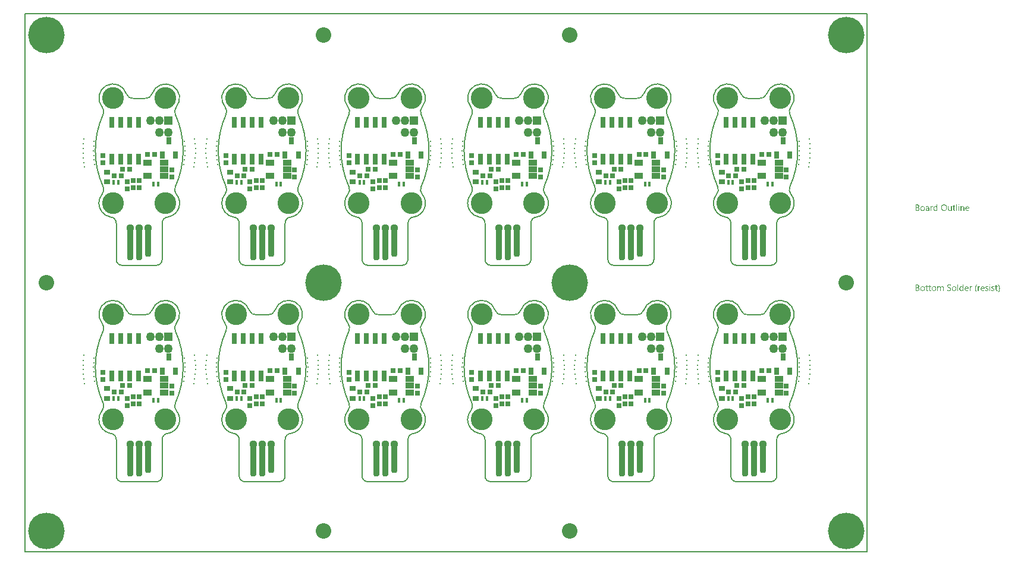
<source format=gbs>
G04*
G04 #@! TF.GenerationSoftware,Altium Limited,Altium Designer,21.9.2 (33)*
G04*
G04 Layer_Color=16711935*
%FSAX25Y25*%
%MOIN*%
G70*
G04*
G04 #@! TF.SameCoordinates,9F9AC68D-029E-4633-ADBB-40B06648E365*
G04*
G04*
G04 #@! TF.FilePolarity,Negative*
G04*
G01*
G75*
%ADD17C,0.00787*%
%ADD22C,0.04370*%
G04:AMPARAMS|DCode=26|XSize=35.43mil|YSize=169.29mil|CornerRadius=13.82mil|HoleSize=0mil|Usage=FLASHONLY|Rotation=0.000|XOffset=0mil|YOffset=0mil|HoleType=Round|Shape=RoundedRectangle|*
%AMROUNDEDRECTD26*
21,1,0.03543,0.14165,0,0,0.0*
21,1,0.00780,0.16929,0,0,0.0*
1,1,0.02764,0.00390,-0.07083*
1,1,0.02764,-0.00390,-0.07083*
1,1,0.02764,-0.00390,0.07083*
1,1,0.02764,0.00390,0.07083*
%
%ADD26ROUNDEDRECTD26*%
G04:AMPARAMS|DCode=27|XSize=35.43mil|YSize=188.98mil|CornerRadius=13.82mil|HoleSize=0mil|Usage=FLASHONLY|Rotation=0.000|XOffset=0mil|YOffset=0mil|HoleType=Round|Shape=RoundedRectangle|*
%AMROUNDEDRECTD27*
21,1,0.03543,0.16134,0,0,0.0*
21,1,0.00780,0.18898,0,0,0.0*
1,1,0.02764,0.00390,-0.08067*
1,1,0.02764,-0.00390,-0.08067*
1,1,0.02764,-0.00390,0.08067*
1,1,0.02764,0.00390,0.08067*
%
%ADD27ROUNDEDRECTD27*%
%ADD41C,0.00800*%
%ADD42C,0.20485*%
%ADD43C,0.12205*%
%ADD44C,0.00591*%
%ADD45C,0.04961*%
%ADD46R,0.04961X0.04961*%
%ADD47C,0.08674*%
%ADD48R,0.02953X0.04134*%
%ADD49R,0.02559X0.02756*%
%ADD50R,0.01575X0.02559*%
%ADD51R,0.02756X0.02559*%
%ADD52R,0.03740X0.02953*%
%ADD53R,0.02953X0.06102*%
%ADD54R,0.02756X0.02559*%
%ADD55R,0.04528X0.03347*%
G36*
X0503737Y0175374D02*
X0503761D01*
X0503817Y0175349D01*
X0503848Y0175330D01*
X0503879Y0175306D01*
X0503885Y0175300D01*
X0503891Y0175293D01*
X0503922Y0175256D01*
X0503947Y0175194D01*
X0503953Y0175157D01*
X0503960Y0175120D01*
Y0175114D01*
Y0175101D01*
X0503953Y0175083D01*
X0503947Y0175058D01*
X0503929Y0174996D01*
X0503904Y0174965D01*
X0503879Y0174934D01*
X0503873D01*
X0503867Y0174922D01*
X0503829Y0174897D01*
X0503774Y0174872D01*
X0503737Y0174866D01*
X0503699Y0174860D01*
X0503681D01*
X0503662Y0174866D01*
X0503638D01*
X0503576Y0174891D01*
X0503545Y0174903D01*
X0503514Y0174928D01*
Y0174934D01*
X0503501Y0174941D01*
X0503489Y0174959D01*
X0503477Y0174978D01*
X0503452Y0175040D01*
X0503446Y0175077D01*
X0503440Y0175120D01*
Y0175126D01*
Y0175138D01*
X0503446Y0175157D01*
X0503452Y0175188D01*
X0503471Y0175244D01*
X0503489Y0175275D01*
X0503514Y0175306D01*
X0503520Y0175312D01*
X0503526Y0175318D01*
X0503563Y0175343D01*
X0503625Y0175368D01*
X0503662Y0175380D01*
X0503718D01*
X0503737Y0175374D01*
D02*
G37*
G36*
X0491747Y0171709D02*
X0491344D01*
Y0172130D01*
X0491332D01*
Y0172124D01*
X0491320Y0172112D01*
X0491301Y0172087D01*
X0491282Y0172056D01*
X0491251Y0172019D01*
X0491214Y0171982D01*
X0491171Y0171938D01*
X0491121Y0171895D01*
X0491066Y0171845D01*
X0490998Y0171802D01*
X0490930Y0171765D01*
X0490849Y0171728D01*
X0490769Y0171697D01*
X0490676Y0171672D01*
X0490577Y0171660D01*
X0490472Y0171654D01*
X0490428D01*
X0490391Y0171660D01*
X0490354Y0171666D01*
X0490304Y0171672D01*
X0490199Y0171697D01*
X0490075Y0171734D01*
X0489952Y0171796D01*
X0489883Y0171833D01*
X0489828Y0171876D01*
X0489766Y0171932D01*
X0489710Y0171988D01*
Y0171994D01*
X0489698Y0172006D01*
X0489685Y0172025D01*
X0489667Y0172050D01*
X0489648Y0172081D01*
X0489623Y0172124D01*
X0489599Y0172174D01*
X0489574Y0172229D01*
X0489543Y0172291D01*
X0489518Y0172359D01*
X0489494Y0172433D01*
X0489475Y0172514D01*
X0489456Y0172601D01*
X0489444Y0172700D01*
X0489438Y0172799D01*
X0489432Y0172904D01*
Y0172910D01*
Y0172929D01*
Y0172966D01*
X0489438Y0173009D01*
X0489444Y0173059D01*
X0489450Y0173121D01*
X0489456Y0173189D01*
X0489469Y0173263D01*
X0489506Y0173424D01*
X0489562Y0173591D01*
X0489599Y0173671D01*
X0489642Y0173752D01*
X0489685Y0173826D01*
X0489741Y0173900D01*
X0489747Y0173907D01*
X0489753Y0173919D01*
X0489772Y0173938D01*
X0489797Y0173962D01*
X0489828Y0173987D01*
X0489871Y0174018D01*
X0489914Y0174055D01*
X0489964Y0174092D01*
X0490088Y0174161D01*
X0490230Y0174222D01*
X0490310Y0174241D01*
X0490397Y0174259D01*
X0490484Y0174272D01*
X0490583Y0174278D01*
X0490632D01*
X0490670Y0174272D01*
X0490707Y0174266D01*
X0490756Y0174259D01*
X0490868Y0174229D01*
X0490991Y0174179D01*
X0491053Y0174148D01*
X0491115Y0174105D01*
X0491177Y0174062D01*
X0491233Y0174006D01*
X0491282Y0173944D01*
X0491332Y0173870D01*
X0491344D01*
Y0175429D01*
X0491747D01*
Y0171709D01*
D02*
G37*
G36*
X0506015Y0174272D02*
X0506089Y0174266D01*
X0506182Y0174247D01*
X0506281Y0174216D01*
X0506386Y0174167D01*
X0506491Y0174099D01*
X0506534Y0174062D01*
X0506578Y0174012D01*
X0506590Y0174000D01*
X0506615Y0173962D01*
X0506646Y0173900D01*
X0506689Y0173814D01*
X0506726Y0173709D01*
X0506764Y0173579D01*
X0506788Y0173424D01*
X0506795Y0173244D01*
Y0171709D01*
X0506392D01*
Y0173139D01*
Y0173145D01*
Y0173176D01*
X0506386Y0173213D01*
Y0173263D01*
X0506374Y0173325D01*
X0506361Y0173393D01*
X0506343Y0173467D01*
X0506318Y0173541D01*
X0506287Y0173616D01*
X0506250Y0173684D01*
X0506200Y0173752D01*
X0506145Y0173814D01*
X0506083Y0173863D01*
X0506002Y0173900D01*
X0505915Y0173932D01*
X0505810Y0173938D01*
X0505798D01*
X0505761Y0173932D01*
X0505705Y0173925D01*
X0505637Y0173907D01*
X0505556Y0173882D01*
X0505470Y0173839D01*
X0505389Y0173783D01*
X0505309Y0173709D01*
X0505303Y0173696D01*
X0505278Y0173671D01*
X0505247Y0173622D01*
X0505210Y0173554D01*
X0505173Y0173473D01*
X0505142Y0173374D01*
X0505117Y0173263D01*
X0505111Y0173139D01*
Y0171709D01*
X0504708D01*
Y0174222D01*
X0505111D01*
Y0173802D01*
X0505123D01*
X0505129Y0173808D01*
X0505136Y0173820D01*
X0505154Y0173845D01*
X0505179Y0173876D01*
X0505204Y0173913D01*
X0505241Y0173950D01*
X0505284Y0173993D01*
X0505334Y0174043D01*
X0505389Y0174086D01*
X0505451Y0174130D01*
X0505519Y0174167D01*
X0505594Y0174204D01*
X0505668Y0174235D01*
X0505755Y0174259D01*
X0505847Y0174272D01*
X0505946Y0174278D01*
X0505984D01*
X0506015Y0174272D01*
D02*
G37*
G36*
X0489017Y0174259D02*
X0489091Y0174253D01*
X0489134Y0174241D01*
X0489165Y0174229D01*
Y0173814D01*
X0489159Y0173820D01*
X0489147Y0173826D01*
X0489122Y0173839D01*
X0489091Y0173857D01*
X0489048Y0173870D01*
X0488992Y0173882D01*
X0488930Y0173888D01*
X0488862Y0173894D01*
X0488850D01*
X0488819Y0173888D01*
X0488769Y0173882D01*
X0488714Y0173863D01*
X0488639Y0173832D01*
X0488571Y0173789D01*
X0488497Y0173727D01*
X0488429Y0173647D01*
X0488423Y0173634D01*
X0488404Y0173603D01*
X0488373Y0173548D01*
X0488342Y0173473D01*
X0488311Y0173381D01*
X0488280Y0173263D01*
X0488262Y0173133D01*
X0488256Y0172984D01*
Y0171709D01*
X0487853D01*
Y0174222D01*
X0488256D01*
Y0173702D01*
X0488268D01*
Y0173709D01*
X0488274Y0173715D01*
X0488286Y0173746D01*
X0488305Y0173795D01*
X0488336Y0173857D01*
X0488367Y0173919D01*
X0488416Y0173987D01*
X0488466Y0174055D01*
X0488528Y0174117D01*
X0488534Y0174123D01*
X0488559Y0174142D01*
X0488596Y0174167D01*
X0488645Y0174191D01*
X0488701Y0174216D01*
X0488769Y0174241D01*
X0488843Y0174259D01*
X0488924Y0174266D01*
X0488980D01*
X0489017Y0174259D01*
D02*
G37*
G36*
X0499756Y0171709D02*
X0499354D01*
Y0172105D01*
X0499342D01*
Y0172099D01*
X0499329Y0172087D01*
X0499317Y0172062D01*
X0499292Y0172037D01*
X0499236Y0171963D01*
X0499150Y0171883D01*
X0499100Y0171839D01*
X0499045Y0171796D01*
X0498983Y0171759D01*
X0498908Y0171722D01*
X0498834Y0171697D01*
X0498754Y0171672D01*
X0498661Y0171660D01*
X0498568Y0171654D01*
X0498531D01*
X0498488Y0171660D01*
X0498426Y0171672D01*
X0498357Y0171685D01*
X0498283Y0171709D01*
X0498203Y0171740D01*
X0498122Y0171790D01*
X0498036Y0171845D01*
X0497955Y0171914D01*
X0497881Y0172000D01*
X0497813Y0172105D01*
X0497751Y0172223D01*
X0497708Y0172365D01*
X0497683Y0172532D01*
X0497670Y0172619D01*
Y0172718D01*
Y0174222D01*
X0498067D01*
Y0172780D01*
Y0172774D01*
Y0172749D01*
X0498073Y0172706D01*
X0498079Y0172656D01*
X0498085Y0172594D01*
X0498098Y0172532D01*
X0498116Y0172458D01*
X0498141Y0172384D01*
X0498178Y0172310D01*
X0498215Y0172242D01*
X0498265Y0172174D01*
X0498327Y0172112D01*
X0498395Y0172062D01*
X0498475Y0172025D01*
X0498574Y0171994D01*
X0498679Y0171988D01*
X0498692D01*
X0498729Y0171994D01*
X0498785Y0172000D01*
X0498847Y0172013D01*
X0498927Y0172044D01*
X0499008Y0172081D01*
X0499088Y0172130D01*
X0499162Y0172204D01*
X0499168Y0172217D01*
X0499193Y0172242D01*
X0499224Y0172291D01*
X0499261Y0172359D01*
X0499292Y0172440D01*
X0499323Y0172539D01*
X0499348Y0172650D01*
X0499354Y0172774D01*
Y0174222D01*
X0499756D01*
Y0171709D01*
D02*
G37*
G36*
X0503891D02*
X0503489D01*
Y0174222D01*
X0503891D01*
Y0171709D01*
D02*
G37*
G36*
X0502672D02*
X0502270D01*
Y0175429D01*
X0502672D01*
Y0171709D01*
D02*
G37*
G36*
X0486293Y0174272D02*
X0486349Y0174266D01*
X0486417Y0174247D01*
X0486491Y0174229D01*
X0486572Y0174198D01*
X0486658Y0174161D01*
X0486739Y0174111D01*
X0486819Y0174049D01*
X0486894Y0173975D01*
X0486962Y0173882D01*
X0487017Y0173777D01*
X0487061Y0173653D01*
X0487085Y0173511D01*
X0487098Y0173343D01*
Y0171709D01*
X0486696D01*
Y0172099D01*
X0486683D01*
Y0172093D01*
X0486671Y0172081D01*
X0486658Y0172056D01*
X0486634Y0172031D01*
X0486572Y0171957D01*
X0486491Y0171876D01*
X0486380Y0171796D01*
X0486250Y0171722D01*
X0486169Y0171697D01*
X0486089Y0171672D01*
X0486002Y0171660D01*
X0485910Y0171654D01*
X0485872D01*
X0485848Y0171660D01*
X0485779Y0171666D01*
X0485699Y0171678D01*
X0485600Y0171703D01*
X0485507Y0171734D01*
X0485408Y0171783D01*
X0485321Y0171845D01*
X0485315Y0171858D01*
X0485290Y0171883D01*
X0485253Y0171926D01*
X0485216Y0171988D01*
X0485179Y0172062D01*
X0485142Y0172149D01*
X0485117Y0172254D01*
X0485111Y0172372D01*
Y0172378D01*
Y0172403D01*
X0485117Y0172440D01*
X0485123Y0172483D01*
X0485136Y0172539D01*
X0485154Y0172601D01*
X0485179Y0172669D01*
X0485216Y0172737D01*
X0485259Y0172811D01*
X0485315Y0172885D01*
X0485383Y0172953D01*
X0485464Y0173015D01*
X0485557Y0173077D01*
X0485668Y0173127D01*
X0485792Y0173164D01*
X0485940Y0173195D01*
X0486696Y0173300D01*
Y0173306D01*
Y0173325D01*
X0486689Y0173362D01*
Y0173399D01*
X0486677Y0173449D01*
X0486671Y0173504D01*
X0486634Y0173622D01*
X0486603Y0173678D01*
X0486572Y0173733D01*
X0486528Y0173789D01*
X0486479Y0173839D01*
X0486417Y0173882D01*
X0486349Y0173913D01*
X0486269Y0173932D01*
X0486176Y0173938D01*
X0486132D01*
X0486101Y0173932D01*
X0486058D01*
X0486015Y0173919D01*
X0485903Y0173900D01*
X0485779Y0173863D01*
X0485643Y0173808D01*
X0485569Y0173770D01*
X0485501Y0173733D01*
X0485427Y0173684D01*
X0485358Y0173628D01*
Y0174043D01*
X0485365D01*
X0485377Y0174055D01*
X0485396Y0174068D01*
X0485427Y0174080D01*
X0485458Y0174099D01*
X0485501Y0174117D01*
X0485550Y0174136D01*
X0485606Y0174161D01*
X0485730Y0174204D01*
X0485879Y0174241D01*
X0486039Y0174266D01*
X0486213Y0174278D01*
X0486250D01*
X0486293Y0174272D01*
D02*
G37*
G36*
X0480605Y0175219D02*
X0480648D01*
X0480691Y0175213D01*
X0480790Y0175200D01*
X0480908Y0175170D01*
X0481032Y0175132D01*
X0481149Y0175077D01*
X0481255Y0175002D01*
X0481261D01*
X0481267Y0174990D01*
X0481298Y0174965D01*
X0481341Y0174916D01*
X0481391Y0174848D01*
X0481434Y0174761D01*
X0481477Y0174662D01*
X0481508Y0174550D01*
X0481521Y0174489D01*
Y0174420D01*
Y0174414D01*
Y0174408D01*
Y0174371D01*
X0481515Y0174315D01*
X0481502Y0174247D01*
X0481484Y0174161D01*
X0481453Y0174074D01*
X0481416Y0173987D01*
X0481360Y0173900D01*
X0481354Y0173888D01*
X0481329Y0173863D01*
X0481292Y0173826D01*
X0481242Y0173777D01*
X0481180Y0173727D01*
X0481106Y0173671D01*
X0481013Y0173628D01*
X0480914Y0173585D01*
Y0173579D01*
X0480933D01*
X0480951Y0173573D01*
X0480970Y0173566D01*
X0481038Y0173554D01*
X0481118Y0173529D01*
X0481205Y0173492D01*
X0481298Y0173449D01*
X0481391Y0173387D01*
X0481477Y0173306D01*
X0481490Y0173294D01*
X0481515Y0173263D01*
X0481545Y0173220D01*
X0481589Y0173152D01*
X0481626Y0173065D01*
X0481663Y0172966D01*
X0481688Y0172848D01*
X0481694Y0172718D01*
Y0172712D01*
Y0172700D01*
Y0172675D01*
X0481688Y0172644D01*
X0481682Y0172607D01*
X0481675Y0172564D01*
X0481651Y0172458D01*
X0481614Y0172341D01*
X0481558Y0172217D01*
X0481521Y0172161D01*
X0481477Y0172099D01*
X0481422Y0172044D01*
X0481366Y0171988D01*
X0481360D01*
X0481354Y0171975D01*
X0481335Y0171963D01*
X0481310Y0171944D01*
X0481279Y0171926D01*
X0481236Y0171901D01*
X0481143Y0171852D01*
X0481026Y0171796D01*
X0480889Y0171753D01*
X0480728Y0171722D01*
X0480648Y0171715D01*
X0480555Y0171709D01*
X0479528D01*
Y0175225D01*
X0480574D01*
X0480605Y0175219D01*
D02*
G37*
G36*
X0501100Y0174222D02*
X0501737D01*
Y0173876D01*
X0501100D01*
Y0172458D01*
Y0172446D01*
Y0172415D01*
X0501106Y0172372D01*
X0501112Y0172316D01*
X0501137Y0172198D01*
X0501155Y0172143D01*
X0501186Y0172099D01*
X0501193Y0172093D01*
X0501205Y0172081D01*
X0501224Y0172068D01*
X0501255Y0172050D01*
X0501292Y0172025D01*
X0501341Y0172013D01*
X0501403Y0172000D01*
X0501471Y0171994D01*
X0501496D01*
X0501527Y0172000D01*
X0501564Y0172006D01*
X0501651Y0172031D01*
X0501694Y0172050D01*
X0501737Y0172074D01*
Y0171728D01*
X0501731D01*
X0501713Y0171715D01*
X0501682Y0171709D01*
X0501638Y0171697D01*
X0501582Y0171685D01*
X0501521Y0171672D01*
X0501446Y0171666D01*
X0501360Y0171660D01*
X0501329D01*
X0501298Y0171666D01*
X0501255Y0171672D01*
X0501205Y0171685D01*
X0501149Y0171697D01*
X0501093Y0171722D01*
X0501032Y0171753D01*
X0500970Y0171790D01*
X0500908Y0171839D01*
X0500852Y0171895D01*
X0500803Y0171969D01*
X0500759Y0172050D01*
X0500728Y0172149D01*
X0500703Y0172260D01*
X0500697Y0172390D01*
Y0173876D01*
X0500270D01*
Y0174222D01*
X0500697D01*
Y0174835D01*
X0501100Y0174965D01*
Y0174222D01*
D02*
G37*
G36*
X0508627Y0174272D02*
X0508670Y0174266D01*
X0508713Y0174259D01*
X0508825Y0174241D01*
X0508949Y0174198D01*
X0509072Y0174142D01*
X0509134Y0174105D01*
X0509196Y0174062D01*
X0509252Y0174012D01*
X0509308Y0173956D01*
X0509314Y0173950D01*
X0509320Y0173944D01*
X0509332Y0173925D01*
X0509351Y0173900D01*
X0509370Y0173863D01*
X0509394Y0173826D01*
X0509419Y0173783D01*
X0509444Y0173727D01*
X0509469Y0173665D01*
X0509493Y0173603D01*
X0509518Y0173529D01*
X0509537Y0173449D01*
X0509555Y0173362D01*
X0509568Y0173275D01*
X0509580Y0173176D01*
Y0173071D01*
Y0172861D01*
X0507803D01*
Y0172854D01*
Y0172842D01*
Y0172824D01*
X0507810Y0172792D01*
X0507816Y0172755D01*
Y0172718D01*
X0507834Y0172619D01*
X0507865Y0172520D01*
X0507902Y0172409D01*
X0507958Y0172303D01*
X0508026Y0172211D01*
X0508039Y0172198D01*
X0508064Y0172174D01*
X0508113Y0172143D01*
X0508181Y0172099D01*
X0508268Y0172056D01*
X0508367Y0172025D01*
X0508484Y0172000D01*
X0508621Y0171988D01*
X0508664D01*
X0508695Y0171994D01*
X0508732D01*
X0508775Y0172000D01*
X0508881Y0172025D01*
X0508998Y0172056D01*
X0509128Y0172105D01*
X0509264Y0172174D01*
X0509332Y0172217D01*
X0509401Y0172266D01*
Y0171889D01*
X0509394D01*
X0509388Y0171876D01*
X0509370Y0171870D01*
X0509339Y0171852D01*
X0509308Y0171833D01*
X0509270Y0171815D01*
X0509221Y0171796D01*
X0509171Y0171771D01*
X0509110Y0171746D01*
X0509042Y0171728D01*
X0508893Y0171691D01*
X0508720Y0171666D01*
X0508528Y0171654D01*
X0508478D01*
X0508441Y0171660D01*
X0508398Y0171666D01*
X0508342Y0171672D01*
X0508224Y0171697D01*
X0508088Y0171734D01*
X0507952Y0171796D01*
X0507884Y0171839D01*
X0507816Y0171883D01*
X0507754Y0171932D01*
X0507692Y0171994D01*
X0507686Y0172000D01*
X0507680Y0172013D01*
X0507667Y0172031D01*
X0507643Y0172056D01*
X0507624Y0172093D01*
X0507599Y0172136D01*
X0507568Y0172186D01*
X0507544Y0172242D01*
X0507513Y0172303D01*
X0507488Y0172378D01*
X0507457Y0172458D01*
X0507438Y0172545D01*
X0507420Y0172638D01*
X0507401Y0172737D01*
X0507395Y0172842D01*
X0507389Y0172953D01*
Y0172960D01*
Y0172978D01*
Y0173009D01*
X0507395Y0173053D01*
X0507401Y0173102D01*
X0507407Y0173158D01*
X0507413Y0173226D01*
X0507432Y0173294D01*
X0507469Y0173442D01*
X0507525Y0173603D01*
X0507562Y0173684D01*
X0507612Y0173758D01*
X0507661Y0173839D01*
X0507717Y0173907D01*
X0507723Y0173913D01*
X0507735Y0173925D01*
X0507754Y0173944D01*
X0507779Y0173962D01*
X0507810Y0173993D01*
X0507847Y0174024D01*
X0507896Y0174055D01*
X0507946Y0174092D01*
X0508064Y0174161D01*
X0508206Y0174222D01*
X0508286Y0174241D01*
X0508367Y0174259D01*
X0508453Y0174272D01*
X0508546Y0174278D01*
X0508596D01*
X0508627Y0174272D01*
D02*
G37*
G36*
X0495584Y0175281D02*
X0495646Y0175275D01*
X0495721Y0175262D01*
X0495801Y0175244D01*
X0495888Y0175225D01*
X0495974Y0175200D01*
X0496073Y0175170D01*
X0496166Y0175126D01*
X0496265Y0175077D01*
X0496364Y0175021D01*
X0496457Y0174953D01*
X0496550Y0174879D01*
X0496637Y0174792D01*
X0496643Y0174786D01*
X0496655Y0174767D01*
X0496680Y0174742D01*
X0496705Y0174705D01*
X0496742Y0174656D01*
X0496779Y0174594D01*
X0496816Y0174526D01*
X0496860Y0174451D01*
X0496903Y0174359D01*
X0496940Y0174266D01*
X0496977Y0174161D01*
X0497014Y0174043D01*
X0497039Y0173925D01*
X0497064Y0173795D01*
X0497076Y0173653D01*
X0497082Y0173511D01*
Y0173498D01*
Y0173473D01*
Y0173430D01*
X0497076Y0173368D01*
X0497070Y0173294D01*
X0497058Y0173213D01*
X0497045Y0173121D01*
X0497027Y0173015D01*
X0497002Y0172910D01*
X0496971Y0172799D01*
X0496934Y0172687D01*
X0496890Y0172576D01*
X0496835Y0172458D01*
X0496773Y0172353D01*
X0496705Y0172248D01*
X0496624Y0172149D01*
X0496618Y0172143D01*
X0496606Y0172130D01*
X0496575Y0172105D01*
X0496544Y0172074D01*
X0496494Y0172031D01*
X0496439Y0171994D01*
X0496377Y0171944D01*
X0496303Y0171901D01*
X0496222Y0171858D01*
X0496129Y0171808D01*
X0496030Y0171771D01*
X0495919Y0171734D01*
X0495801Y0171697D01*
X0495677Y0171672D01*
X0495547Y0171660D01*
X0495405Y0171654D01*
X0495374D01*
X0495331Y0171660D01*
X0495281D01*
X0495219Y0171666D01*
X0495145Y0171678D01*
X0495064Y0171697D01*
X0494972Y0171715D01*
X0494879Y0171740D01*
X0494780Y0171771D01*
X0494681Y0171815D01*
X0494582Y0171858D01*
X0494483Y0171914D01*
X0494384Y0171982D01*
X0494291Y0172056D01*
X0494204Y0172143D01*
X0494198Y0172149D01*
X0494185Y0172167D01*
X0494161Y0172192D01*
X0494136Y0172229D01*
X0494099Y0172279D01*
X0494062Y0172341D01*
X0494025Y0172409D01*
X0493981Y0172489D01*
X0493938Y0172576D01*
X0493901Y0172669D01*
X0493864Y0172774D01*
X0493826Y0172892D01*
X0493802Y0173009D01*
X0493777Y0173139D01*
X0493765Y0173282D01*
X0493758Y0173424D01*
Y0173436D01*
Y0173461D01*
X0493765Y0173504D01*
Y0173566D01*
X0493771Y0173634D01*
X0493783Y0173721D01*
X0493795Y0173814D01*
X0493814Y0173913D01*
X0493839Y0174018D01*
X0493870Y0174130D01*
X0493907Y0174241D01*
X0493950Y0174352D01*
X0494006Y0174464D01*
X0494068Y0174575D01*
X0494136Y0174680D01*
X0494216Y0174779D01*
X0494223Y0174786D01*
X0494235Y0174804D01*
X0494266Y0174829D01*
X0494303Y0174860D01*
X0494346Y0174897D01*
X0494402Y0174941D01*
X0494470Y0174984D01*
X0494545Y0175033D01*
X0494631Y0175083D01*
X0494724Y0175126D01*
X0494823Y0175170D01*
X0494935Y0175207D01*
X0495058Y0175238D01*
X0495188Y0175268D01*
X0495324Y0175281D01*
X0495467Y0175287D01*
X0495535D01*
X0495584Y0175281D01*
D02*
G37*
G36*
X0483557Y0174272D02*
X0483601Y0174266D01*
X0483656Y0174259D01*
X0483780Y0174235D01*
X0483922Y0174191D01*
X0484065Y0174130D01*
X0484139Y0174092D01*
X0484207Y0174049D01*
X0484275Y0173993D01*
X0484337Y0173932D01*
X0484343Y0173925D01*
X0484350Y0173913D01*
X0484368Y0173894D01*
X0484387Y0173870D01*
X0484411Y0173832D01*
X0484436Y0173789D01*
X0484467Y0173740D01*
X0484498Y0173684D01*
X0484523Y0173616D01*
X0484554Y0173548D01*
X0484579Y0173467D01*
X0484603Y0173381D01*
X0484622Y0173288D01*
X0484641Y0173189D01*
X0484647Y0173083D01*
X0484653Y0172972D01*
Y0172966D01*
Y0172947D01*
Y0172916D01*
X0484647Y0172873D01*
X0484641Y0172824D01*
X0484634Y0172762D01*
X0484622Y0172700D01*
X0484610Y0172625D01*
X0484572Y0172477D01*
X0484511Y0172316D01*
X0484473Y0172235D01*
X0484424Y0172155D01*
X0484374Y0172081D01*
X0484312Y0172013D01*
X0484306Y0172006D01*
X0484294Y0172000D01*
X0484275Y0171982D01*
X0484250Y0171957D01*
X0484213Y0171932D01*
X0484176Y0171901D01*
X0484127Y0171864D01*
X0484071Y0171833D01*
X0484009Y0171802D01*
X0483941Y0171765D01*
X0483867Y0171734D01*
X0483786Y0171709D01*
X0483700Y0171685D01*
X0483607Y0171672D01*
X0483508Y0171660D01*
X0483402Y0171654D01*
X0483347D01*
X0483310Y0171660D01*
X0483266Y0171666D01*
X0483211Y0171672D01*
X0483149Y0171685D01*
X0483081Y0171697D01*
X0482938Y0171740D01*
X0482790Y0171802D01*
X0482715Y0171839D01*
X0482647Y0171889D01*
X0482579Y0171938D01*
X0482511Y0172000D01*
X0482505Y0172006D01*
X0482499Y0172019D01*
X0482480Y0172037D01*
X0482462Y0172062D01*
X0482437Y0172099D01*
X0482406Y0172143D01*
X0482375Y0172192D01*
X0482350Y0172248D01*
X0482319Y0172316D01*
X0482288Y0172384D01*
X0482257Y0172458D01*
X0482233Y0172545D01*
X0482195Y0172731D01*
X0482189Y0172830D01*
X0482183Y0172935D01*
Y0172941D01*
Y0172966D01*
Y0172997D01*
X0482189Y0173040D01*
X0482195Y0173090D01*
X0482202Y0173152D01*
X0482214Y0173220D01*
X0482226Y0173294D01*
X0482264Y0173455D01*
X0482325Y0173616D01*
X0482369Y0173696D01*
X0482412Y0173777D01*
X0482462Y0173851D01*
X0482523Y0173919D01*
X0482530Y0173925D01*
X0482542Y0173938D01*
X0482561Y0173950D01*
X0482585Y0173975D01*
X0482623Y0174000D01*
X0482666Y0174030D01*
X0482715Y0174068D01*
X0482771Y0174099D01*
X0482833Y0174130D01*
X0482907Y0174167D01*
X0482982Y0174198D01*
X0483068Y0174222D01*
X0483155Y0174247D01*
X0483254Y0174266D01*
X0483359Y0174272D01*
X0483464Y0174278D01*
X0483520D01*
X0483557Y0174272D01*
D02*
G37*
G36*
X0521168Y0130447D02*
X0521193D01*
X0521248Y0130422D01*
X0521279Y0130404D01*
X0521310Y0130379D01*
X0521316Y0130373D01*
X0521322Y0130367D01*
X0521353Y0130330D01*
X0521378Y0130268D01*
X0521384Y0130231D01*
X0521390Y0130193D01*
Y0130187D01*
Y0130175D01*
X0521384Y0130156D01*
X0521378Y0130132D01*
X0521360Y0130070D01*
X0521335Y0130039D01*
X0521310Y0130008D01*
X0521304D01*
X0521298Y0129995D01*
X0521260Y0129971D01*
X0521205Y0129946D01*
X0521168Y0129940D01*
X0521131Y0129934D01*
X0521112D01*
X0521093Y0129940D01*
X0521069D01*
X0521007Y0129964D01*
X0520976Y0129977D01*
X0520945Y0130002D01*
Y0130008D01*
X0520932Y0130014D01*
X0520920Y0130033D01*
X0520908Y0130051D01*
X0520883Y0130113D01*
X0520877Y0130150D01*
X0520871Y0130193D01*
Y0130200D01*
Y0130212D01*
X0520877Y0130231D01*
X0520883Y0130262D01*
X0520901Y0130317D01*
X0520920Y0130348D01*
X0520945Y0130379D01*
X0520951Y0130385D01*
X0520957Y0130392D01*
X0520994Y0130416D01*
X0521056Y0130441D01*
X0521093Y0130453D01*
X0521149D01*
X0521168Y0130447D01*
D02*
G37*
G36*
X0498599Y0130354D02*
X0498649D01*
X0498760Y0130342D01*
X0498884Y0130330D01*
X0499008Y0130305D01*
X0499125Y0130274D01*
X0499175Y0130255D01*
X0499224Y0130231D01*
Y0129766D01*
X0499218D01*
X0499212Y0129779D01*
X0499193Y0129785D01*
X0499168Y0129804D01*
X0499137Y0129816D01*
X0499100Y0129834D01*
X0499008Y0129878D01*
X0498896Y0129915D01*
X0498760Y0129952D01*
X0498599Y0129977D01*
X0498426Y0129983D01*
X0498376D01*
X0498339Y0129977D01*
X0498302D01*
X0498252Y0129971D01*
X0498153Y0129952D01*
X0498147D01*
X0498129Y0129946D01*
X0498104Y0129940D01*
X0498073Y0129934D01*
X0497999Y0129903D01*
X0497912Y0129865D01*
X0497906D01*
X0497893Y0129853D01*
X0497875Y0129841D01*
X0497850Y0129822D01*
X0497794Y0129766D01*
X0497739Y0129698D01*
Y0129692D01*
X0497726Y0129680D01*
X0497720Y0129661D01*
X0497708Y0129630D01*
X0497695Y0129593D01*
X0497689Y0129556D01*
X0497677Y0129457D01*
Y0129451D01*
Y0129432D01*
Y0129407D01*
X0497683Y0129376D01*
X0497695Y0129302D01*
X0497726Y0129222D01*
Y0129215D01*
X0497739Y0129203D01*
X0497745Y0129184D01*
X0497763Y0129160D01*
X0497813Y0129104D01*
X0497875Y0129042D01*
X0497881Y0129036D01*
X0497893Y0129030D01*
X0497912Y0129011D01*
X0497943Y0128993D01*
X0497980Y0128968D01*
X0498017Y0128943D01*
X0498116Y0128881D01*
X0498122Y0128875D01*
X0498141Y0128869D01*
X0498172Y0128850D01*
X0498209Y0128832D01*
X0498258Y0128807D01*
X0498314Y0128782D01*
X0498438Y0128720D01*
X0498444Y0128714D01*
X0498469Y0128702D01*
X0498506Y0128683D01*
X0498556Y0128658D01*
X0498611Y0128634D01*
X0498673Y0128596D01*
X0498797Y0128522D01*
X0498803Y0128516D01*
X0498828Y0128504D01*
X0498859Y0128485D01*
X0498902Y0128454D01*
X0498995Y0128380D01*
X0499094Y0128293D01*
X0499100Y0128287D01*
X0499119Y0128275D01*
X0499137Y0128244D01*
X0499168Y0128213D01*
X0499199Y0128169D01*
X0499236Y0128126D01*
X0499298Y0128015D01*
X0499305Y0128008D01*
X0499311Y0127990D01*
X0499323Y0127959D01*
X0499336Y0127916D01*
X0499348Y0127866D01*
X0499360Y0127804D01*
X0499373Y0127742D01*
Y0127668D01*
Y0127656D01*
Y0127625D01*
X0499367Y0127575D01*
X0499360Y0127513D01*
X0499348Y0127445D01*
X0499329Y0127371D01*
X0499305Y0127296D01*
X0499267Y0127228D01*
X0499261Y0127222D01*
X0499249Y0127198D01*
X0499224Y0127167D01*
X0499199Y0127123D01*
X0499156Y0127080D01*
X0499113Y0127030D01*
X0499057Y0126981D01*
X0498995Y0126931D01*
X0498989Y0126925D01*
X0498964Y0126913D01*
X0498927Y0126894D01*
X0498877Y0126869D01*
X0498822Y0126845D01*
X0498754Y0126820D01*
X0498673Y0126795D01*
X0498593Y0126777D01*
X0498580D01*
X0498556Y0126770D01*
X0498512Y0126764D01*
X0498450Y0126752D01*
X0498382Y0126746D01*
X0498302Y0126733D01*
X0498215Y0126727D01*
X0498067D01*
X0497999Y0126733D01*
X0497912Y0126739D01*
X0497893D01*
X0497868Y0126746D01*
X0497838Y0126752D01*
X0497757Y0126758D01*
X0497664Y0126777D01*
X0497658D01*
X0497640Y0126783D01*
X0497615Y0126789D01*
X0497584Y0126795D01*
X0497509Y0126814D01*
X0497423Y0126839D01*
X0497417D01*
X0497404Y0126845D01*
X0497386Y0126851D01*
X0497361Y0126863D01*
X0497299Y0126888D01*
X0497237Y0126925D01*
Y0127408D01*
X0497243Y0127402D01*
X0497256Y0127396D01*
X0497268Y0127383D01*
X0497293Y0127365D01*
X0497361Y0127321D01*
X0497441Y0127272D01*
X0497448D01*
X0497460Y0127266D01*
X0497485Y0127253D01*
X0497516Y0127241D01*
X0497596Y0127204D01*
X0497683Y0127173D01*
X0497689D01*
X0497708Y0127167D01*
X0497732Y0127160D01*
X0497763Y0127154D01*
X0497850Y0127129D01*
X0497943Y0127111D01*
X0497968D01*
X0497992Y0127105D01*
X0498023D01*
X0498098Y0127099D01*
X0498184Y0127092D01*
X0498246D01*
X0498314Y0127099D01*
X0498401Y0127111D01*
X0498494Y0127123D01*
X0498587Y0127148D01*
X0498673Y0127185D01*
X0498754Y0127228D01*
X0498760Y0127235D01*
X0498785Y0127253D01*
X0498816Y0127290D01*
X0498847Y0127334D01*
X0498884Y0127389D01*
X0498908Y0127464D01*
X0498933Y0127544D01*
X0498939Y0127637D01*
Y0127643D01*
Y0127662D01*
Y0127687D01*
X0498933Y0127724D01*
X0498915Y0127804D01*
X0498877Y0127885D01*
Y0127891D01*
X0498865Y0127903D01*
X0498853Y0127922D01*
X0498834Y0127946D01*
X0498778Y0128008D01*
X0498704Y0128077D01*
X0498698Y0128083D01*
X0498686Y0128095D01*
X0498661Y0128107D01*
X0498630Y0128132D01*
X0498593Y0128157D01*
X0498549Y0128188D01*
X0498444Y0128244D01*
X0498438Y0128250D01*
X0498419Y0128256D01*
X0498388Y0128275D01*
X0498345Y0128293D01*
X0498302Y0128324D01*
X0498246Y0128349D01*
X0498116Y0128417D01*
X0498110Y0128423D01*
X0498085Y0128436D01*
X0498048Y0128454D01*
X0498005Y0128473D01*
X0497955Y0128504D01*
X0497899Y0128534D01*
X0497776Y0128603D01*
X0497769Y0128609D01*
X0497751Y0128621D01*
X0497720Y0128640D01*
X0497683Y0128665D01*
X0497590Y0128733D01*
X0497497Y0128813D01*
X0497491Y0128819D01*
X0497479Y0128832D01*
X0497454Y0128856D01*
X0497429Y0128887D01*
X0497398Y0128931D01*
X0497367Y0128974D01*
X0497311Y0129073D01*
Y0129079D01*
X0497299Y0129098D01*
X0497293Y0129129D01*
X0497281Y0129172D01*
X0497268Y0129222D01*
X0497256Y0129283D01*
X0497250Y0129345D01*
X0497243Y0129420D01*
Y0129432D01*
Y0129463D01*
X0497250Y0129506D01*
X0497256Y0129562D01*
X0497268Y0129630D01*
X0497287Y0129698D01*
X0497311Y0129766D01*
X0497349Y0129834D01*
X0497355Y0129841D01*
X0497367Y0129865D01*
X0497392Y0129896D01*
X0497423Y0129940D01*
X0497460Y0129983D01*
X0497509Y0130033D01*
X0497565Y0130082D01*
X0497627Y0130125D01*
X0497633Y0130132D01*
X0497658Y0130144D01*
X0497695Y0130169D01*
X0497739Y0130193D01*
X0497800Y0130218D01*
X0497862Y0130249D01*
X0497937Y0130274D01*
X0498017Y0130299D01*
X0498030D01*
X0498054Y0130311D01*
X0498098Y0130317D01*
X0498160Y0130330D01*
X0498228Y0130342D01*
X0498302Y0130348D01*
X0498469Y0130361D01*
X0498556D01*
X0498599Y0130354D01*
D02*
G37*
G36*
X0506330Y0126783D02*
X0505928D01*
Y0127204D01*
X0505915D01*
Y0127198D01*
X0505903Y0127185D01*
X0505885Y0127160D01*
X0505866Y0127129D01*
X0505835Y0127092D01*
X0505798Y0127055D01*
X0505755Y0127012D01*
X0505705Y0126969D01*
X0505649Y0126919D01*
X0505581Y0126876D01*
X0505513Y0126839D01*
X0505433Y0126801D01*
X0505352Y0126770D01*
X0505259Y0126746D01*
X0505160Y0126733D01*
X0505055Y0126727D01*
X0505012D01*
X0504975Y0126733D01*
X0504938Y0126739D01*
X0504888Y0126746D01*
X0504783Y0126770D01*
X0504659Y0126807D01*
X0504535Y0126869D01*
X0504467Y0126907D01*
X0504411Y0126950D01*
X0504350Y0127006D01*
X0504294Y0127061D01*
Y0127067D01*
X0504281Y0127080D01*
X0504269Y0127099D01*
X0504250Y0127123D01*
X0504232Y0127154D01*
X0504207Y0127198D01*
X0504182Y0127247D01*
X0504158Y0127303D01*
X0504127Y0127365D01*
X0504102Y0127433D01*
X0504077Y0127507D01*
X0504059Y0127587D01*
X0504040Y0127674D01*
X0504028Y0127773D01*
X0504021Y0127872D01*
X0504015Y0127977D01*
Y0127984D01*
Y0128002D01*
Y0128039D01*
X0504021Y0128083D01*
X0504028Y0128132D01*
X0504034Y0128194D01*
X0504040Y0128262D01*
X0504052Y0128337D01*
X0504089Y0128497D01*
X0504145Y0128665D01*
X0504182Y0128745D01*
X0504226Y0128825D01*
X0504269Y0128900D01*
X0504325Y0128974D01*
X0504331Y0128980D01*
X0504337Y0128993D01*
X0504356Y0129011D01*
X0504380Y0129036D01*
X0504411Y0129061D01*
X0504455Y0129092D01*
X0504498Y0129129D01*
X0504548Y0129166D01*
X0504671Y0129234D01*
X0504814Y0129296D01*
X0504894Y0129314D01*
X0504981Y0129333D01*
X0505067Y0129345D01*
X0505166Y0129352D01*
X0505216D01*
X0505253Y0129345D01*
X0505290Y0129339D01*
X0505340Y0129333D01*
X0505451Y0129302D01*
X0505575Y0129253D01*
X0505637Y0129222D01*
X0505699Y0129178D01*
X0505761Y0129135D01*
X0505817Y0129079D01*
X0505866Y0129017D01*
X0505915Y0128943D01*
X0505928D01*
Y0130503D01*
X0506330D01*
Y0126783D01*
D02*
G37*
G36*
X0523074Y0129345D02*
X0523155Y0129339D01*
X0523241Y0129327D01*
X0523340Y0129302D01*
X0523439Y0129277D01*
X0523538Y0129240D01*
Y0128832D01*
X0523526Y0128838D01*
X0523489Y0128863D01*
X0523433Y0128887D01*
X0523359Y0128925D01*
X0523266Y0128955D01*
X0523155Y0128986D01*
X0523031Y0129005D01*
X0522901Y0129011D01*
X0522833D01*
X0522771Y0128999D01*
X0522697Y0128986D01*
X0522690D01*
X0522684Y0128980D01*
X0522647Y0128968D01*
X0522598Y0128943D01*
X0522542Y0128912D01*
X0522530Y0128906D01*
X0522505Y0128881D01*
X0522474Y0128844D01*
X0522443Y0128801D01*
X0522437Y0128788D01*
X0522424Y0128757D01*
X0522412Y0128714D01*
X0522406Y0128658D01*
Y0128652D01*
Y0128640D01*
Y0128621D01*
X0522412Y0128603D01*
X0522424Y0128547D01*
X0522443Y0128491D01*
X0522449Y0128479D01*
X0522468Y0128454D01*
X0522505Y0128417D01*
X0522548Y0128374D01*
X0522554D01*
X0522560Y0128367D01*
X0522598Y0128343D01*
X0522647Y0128312D01*
X0522715Y0128281D01*
X0522721D01*
X0522734Y0128275D01*
X0522752Y0128268D01*
X0522783Y0128256D01*
X0522851Y0128231D01*
X0522938Y0128194D01*
X0522944D01*
X0522969Y0128182D01*
X0523000Y0128169D01*
X0523037Y0128157D01*
X0523136Y0128114D01*
X0523235Y0128064D01*
X0523241D01*
X0523260Y0128052D01*
X0523285Y0128039D01*
X0523316Y0128021D01*
X0523390Y0127971D01*
X0523464Y0127909D01*
X0523470Y0127903D01*
X0523483Y0127897D01*
X0523495Y0127878D01*
X0523520Y0127854D01*
X0523563Y0127792D01*
X0523606Y0127711D01*
Y0127705D01*
X0523613Y0127693D01*
X0523625Y0127668D01*
X0523631Y0127637D01*
X0523644Y0127600D01*
X0523650Y0127557D01*
X0523656Y0127451D01*
Y0127445D01*
Y0127420D01*
X0523650Y0127383D01*
X0523644Y0127340D01*
X0523637Y0127290D01*
X0523619Y0127235D01*
X0523600Y0127185D01*
X0523569Y0127129D01*
X0523563Y0127123D01*
X0523557Y0127105D01*
X0523538Y0127080D01*
X0523514Y0127049D01*
X0523483Y0127012D01*
X0523446Y0126975D01*
X0523353Y0126900D01*
X0523347Y0126894D01*
X0523328Y0126888D01*
X0523303Y0126869D01*
X0523260Y0126851D01*
X0523217Y0126826D01*
X0523161Y0126807D01*
X0523105Y0126789D01*
X0523037Y0126770D01*
X0523031D01*
X0523006Y0126764D01*
X0522969Y0126758D01*
X0522926Y0126752D01*
X0522864Y0126739D01*
X0522802Y0126733D01*
X0522659Y0126727D01*
X0522598D01*
X0522523Y0126733D01*
X0522431Y0126746D01*
X0522325Y0126764D01*
X0522214Y0126789D01*
X0522102Y0126820D01*
X0521991Y0126869D01*
Y0127303D01*
X0521997D01*
X0522003Y0127290D01*
X0522022Y0127278D01*
X0522047Y0127266D01*
X0522115Y0127228D01*
X0522208Y0127185D01*
X0522313Y0127136D01*
X0522437Y0127099D01*
X0522573Y0127074D01*
X0522715Y0127061D01*
X0522765D01*
X0522796Y0127067D01*
X0522882Y0127080D01*
X0522981Y0127105D01*
X0523074Y0127148D01*
X0523117Y0127179D01*
X0523161Y0127210D01*
X0523192Y0127253D01*
X0523217Y0127296D01*
X0523235Y0127352D01*
X0523241Y0127414D01*
Y0127420D01*
Y0127433D01*
Y0127451D01*
X0523235Y0127470D01*
X0523223Y0127526D01*
X0523198Y0127581D01*
Y0127587D01*
X0523192Y0127594D01*
X0523167Y0127625D01*
X0523130Y0127668D01*
X0523074Y0127705D01*
X0523068D01*
X0523062Y0127717D01*
X0523025Y0127736D01*
X0522969Y0127773D01*
X0522895Y0127804D01*
X0522889D01*
X0522876Y0127810D01*
X0522858Y0127823D01*
X0522827Y0127835D01*
X0522758Y0127860D01*
X0522672Y0127897D01*
X0522666D01*
X0522641Y0127909D01*
X0522610Y0127922D01*
X0522573Y0127934D01*
X0522474Y0127977D01*
X0522375Y0128027D01*
X0522368Y0128033D01*
X0522356Y0128039D01*
X0522331Y0128052D01*
X0522300Y0128070D01*
X0522232Y0128120D01*
X0522164Y0128175D01*
X0522158Y0128182D01*
X0522152Y0128188D01*
X0522133Y0128207D01*
X0522115Y0128231D01*
X0522071Y0128293D01*
X0522034Y0128367D01*
Y0128374D01*
X0522028Y0128386D01*
X0522022Y0128411D01*
X0522016Y0128442D01*
X0522010Y0128479D01*
X0522003Y0128522D01*
X0521997Y0128627D01*
Y0128634D01*
Y0128658D01*
X0522003Y0128689D01*
X0522010Y0128733D01*
X0522016Y0128782D01*
X0522034Y0128832D01*
X0522053Y0128887D01*
X0522078Y0128937D01*
X0522084Y0128943D01*
X0522090Y0128962D01*
X0522109Y0128986D01*
X0522133Y0129017D01*
X0522201Y0129092D01*
X0522288Y0129166D01*
X0522294Y0129172D01*
X0522313Y0129178D01*
X0522338Y0129197D01*
X0522381Y0129215D01*
X0522424Y0129240D01*
X0522474Y0129265D01*
X0522598Y0129302D01*
X0522604D01*
X0522628Y0129308D01*
X0522659Y0129321D01*
X0522709Y0129327D01*
X0522758Y0129339D01*
X0522820Y0129345D01*
X0522957Y0129352D01*
X0523012D01*
X0523074Y0129345D01*
D02*
G37*
G36*
X0519719D02*
X0519800Y0129339D01*
X0519886Y0129327D01*
X0519985Y0129302D01*
X0520084Y0129277D01*
X0520184Y0129240D01*
Y0128832D01*
X0520171Y0128838D01*
X0520134Y0128863D01*
X0520078Y0128887D01*
X0520004Y0128925D01*
X0519911Y0128955D01*
X0519800Y0128986D01*
X0519676Y0129005D01*
X0519546Y0129011D01*
X0519478D01*
X0519416Y0128999D01*
X0519342Y0128986D01*
X0519336D01*
X0519329Y0128980D01*
X0519292Y0128968D01*
X0519243Y0128943D01*
X0519187Y0128912D01*
X0519174Y0128906D01*
X0519150Y0128881D01*
X0519119Y0128844D01*
X0519088Y0128801D01*
X0519082Y0128788D01*
X0519069Y0128757D01*
X0519057Y0128714D01*
X0519051Y0128658D01*
Y0128652D01*
Y0128640D01*
Y0128621D01*
X0519057Y0128603D01*
X0519069Y0128547D01*
X0519088Y0128491D01*
X0519094Y0128479D01*
X0519113Y0128454D01*
X0519150Y0128417D01*
X0519193Y0128374D01*
X0519199D01*
X0519206Y0128367D01*
X0519243Y0128343D01*
X0519292Y0128312D01*
X0519360Y0128281D01*
X0519366D01*
X0519379Y0128275D01*
X0519397Y0128268D01*
X0519428Y0128256D01*
X0519496Y0128231D01*
X0519583Y0128194D01*
X0519589D01*
X0519614Y0128182D01*
X0519645Y0128169D01*
X0519682Y0128157D01*
X0519781Y0128114D01*
X0519880Y0128064D01*
X0519886D01*
X0519905Y0128052D01*
X0519930Y0128039D01*
X0519961Y0128021D01*
X0520035Y0127971D01*
X0520109Y0127909D01*
X0520115Y0127903D01*
X0520128Y0127897D01*
X0520140Y0127878D01*
X0520165Y0127854D01*
X0520208Y0127792D01*
X0520252Y0127711D01*
Y0127705D01*
X0520258Y0127693D01*
X0520270Y0127668D01*
X0520276Y0127637D01*
X0520289Y0127600D01*
X0520295Y0127557D01*
X0520301Y0127451D01*
Y0127445D01*
Y0127420D01*
X0520295Y0127383D01*
X0520289Y0127340D01*
X0520283Y0127290D01*
X0520264Y0127235D01*
X0520245Y0127185D01*
X0520214Y0127129D01*
X0520208Y0127123D01*
X0520202Y0127105D01*
X0520184Y0127080D01*
X0520159Y0127049D01*
X0520128Y0127012D01*
X0520091Y0126975D01*
X0519998Y0126900D01*
X0519992Y0126894D01*
X0519973Y0126888D01*
X0519948Y0126869D01*
X0519905Y0126851D01*
X0519862Y0126826D01*
X0519806Y0126807D01*
X0519750Y0126789D01*
X0519682Y0126770D01*
X0519676D01*
X0519651Y0126764D01*
X0519614Y0126758D01*
X0519571Y0126752D01*
X0519509Y0126739D01*
X0519447Y0126733D01*
X0519305Y0126727D01*
X0519243D01*
X0519168Y0126733D01*
X0519075Y0126746D01*
X0518970Y0126764D01*
X0518859Y0126789D01*
X0518747Y0126820D01*
X0518636Y0126869D01*
Y0127303D01*
X0518642D01*
X0518648Y0127290D01*
X0518667Y0127278D01*
X0518692Y0127266D01*
X0518760Y0127228D01*
X0518853Y0127185D01*
X0518958Y0127136D01*
X0519082Y0127099D01*
X0519218Y0127074D01*
X0519360Y0127061D01*
X0519410D01*
X0519441Y0127067D01*
X0519527Y0127080D01*
X0519626Y0127105D01*
X0519719Y0127148D01*
X0519763Y0127179D01*
X0519806Y0127210D01*
X0519837Y0127253D01*
X0519862Y0127296D01*
X0519880Y0127352D01*
X0519886Y0127414D01*
Y0127420D01*
Y0127433D01*
Y0127451D01*
X0519880Y0127470D01*
X0519868Y0127526D01*
X0519843Y0127581D01*
Y0127587D01*
X0519837Y0127594D01*
X0519812Y0127625D01*
X0519775Y0127668D01*
X0519719Y0127705D01*
X0519713D01*
X0519707Y0127717D01*
X0519670Y0127736D01*
X0519614Y0127773D01*
X0519540Y0127804D01*
X0519533D01*
X0519521Y0127810D01*
X0519503Y0127823D01*
X0519472Y0127835D01*
X0519404Y0127860D01*
X0519317Y0127897D01*
X0519311D01*
X0519286Y0127909D01*
X0519255Y0127922D01*
X0519218Y0127934D01*
X0519119Y0127977D01*
X0519020Y0128027D01*
X0519014Y0128033D01*
X0519001Y0128039D01*
X0518976Y0128052D01*
X0518946Y0128070D01*
X0518877Y0128120D01*
X0518809Y0128175D01*
X0518803Y0128182D01*
X0518797Y0128188D01*
X0518778Y0128207D01*
X0518760Y0128231D01*
X0518716Y0128293D01*
X0518679Y0128367D01*
Y0128374D01*
X0518673Y0128386D01*
X0518667Y0128411D01*
X0518661Y0128442D01*
X0518655Y0128479D01*
X0518648Y0128522D01*
X0518642Y0128627D01*
Y0128634D01*
Y0128658D01*
X0518648Y0128689D01*
X0518655Y0128733D01*
X0518661Y0128782D01*
X0518679Y0128832D01*
X0518698Y0128887D01*
X0518723Y0128937D01*
X0518729Y0128943D01*
X0518735Y0128962D01*
X0518754Y0128986D01*
X0518778Y0129017D01*
X0518846Y0129092D01*
X0518933Y0129166D01*
X0518939Y0129172D01*
X0518958Y0129178D01*
X0518983Y0129197D01*
X0519026Y0129215D01*
X0519069Y0129240D01*
X0519119Y0129265D01*
X0519243Y0129302D01*
X0519249D01*
X0519274Y0129308D01*
X0519305Y0129321D01*
X0519354Y0129327D01*
X0519404Y0129339D01*
X0519465Y0129345D01*
X0519602Y0129352D01*
X0519657D01*
X0519719Y0129345D01*
D02*
G37*
G36*
X0494464D02*
X0494520Y0129333D01*
X0494582Y0129321D01*
X0494650Y0129296D01*
X0494730Y0129265D01*
X0494804Y0129222D01*
X0494885Y0129172D01*
X0494959Y0129104D01*
X0495027Y0129017D01*
X0495089Y0128918D01*
X0495145Y0128807D01*
X0495182Y0128665D01*
X0495213Y0128510D01*
X0495219Y0128330D01*
Y0126783D01*
X0494817D01*
Y0128225D01*
Y0128231D01*
Y0128244D01*
Y0128262D01*
Y0128293D01*
X0494811Y0128367D01*
X0494798Y0128454D01*
X0494786Y0128553D01*
X0494761Y0128652D01*
X0494730Y0128745D01*
X0494687Y0128825D01*
X0494681Y0128832D01*
X0494662Y0128856D01*
X0494631Y0128887D01*
X0494582Y0128918D01*
X0494526Y0128955D01*
X0494452Y0128980D01*
X0494359Y0129005D01*
X0494254Y0129011D01*
X0494241D01*
X0494210Y0129005D01*
X0494161Y0128999D01*
X0494099Y0128980D01*
X0494031Y0128955D01*
X0493957Y0128912D01*
X0493882Y0128856D01*
X0493814Y0128776D01*
X0493808Y0128764D01*
X0493789Y0128733D01*
X0493758Y0128683D01*
X0493727Y0128615D01*
X0493690Y0128534D01*
X0493666Y0128442D01*
X0493641Y0128330D01*
X0493635Y0128213D01*
Y0126783D01*
X0493232D01*
Y0128275D01*
Y0128281D01*
Y0128305D01*
X0493226Y0128343D01*
Y0128392D01*
X0493214Y0128448D01*
X0493201Y0128510D01*
X0493183Y0128572D01*
X0493164Y0128646D01*
X0493133Y0128714D01*
X0493096Y0128776D01*
X0493047Y0128838D01*
X0492991Y0128894D01*
X0492929Y0128943D01*
X0492848Y0128980D01*
X0492762Y0129005D01*
X0492663Y0129011D01*
X0492650D01*
X0492619Y0129005D01*
X0492570Y0128999D01*
X0492508Y0128986D01*
X0492440Y0128955D01*
X0492366Y0128918D01*
X0492291Y0128863D01*
X0492223Y0128788D01*
X0492217Y0128776D01*
X0492199Y0128751D01*
X0492168Y0128702D01*
X0492137Y0128634D01*
X0492106Y0128553D01*
X0492075Y0128454D01*
X0492056Y0128343D01*
X0492050Y0128213D01*
Y0126783D01*
X0491648D01*
Y0129296D01*
X0492050D01*
Y0128894D01*
X0492062D01*
X0492068Y0128900D01*
X0492075Y0128912D01*
X0492093Y0128937D01*
X0492112Y0128968D01*
X0492174Y0129036D01*
X0492260Y0129123D01*
X0492372Y0129209D01*
X0492502Y0129277D01*
X0492582Y0129308D01*
X0492663Y0129333D01*
X0492749Y0129345D01*
X0492842Y0129352D01*
X0492886D01*
X0492935Y0129345D01*
X0492997Y0129333D01*
X0493065Y0129314D01*
X0493139Y0129290D01*
X0493214Y0129259D01*
X0493288Y0129209D01*
X0493294Y0129203D01*
X0493319Y0129184D01*
X0493350Y0129154D01*
X0493393Y0129110D01*
X0493436Y0129054D01*
X0493480Y0128993D01*
X0493523Y0128918D01*
X0493554Y0128832D01*
X0493560Y0128838D01*
X0493567Y0128856D01*
X0493585Y0128881D01*
X0493604Y0128912D01*
X0493635Y0128955D01*
X0493672Y0128999D01*
X0493715Y0129042D01*
X0493765Y0129092D01*
X0493820Y0129141D01*
X0493882Y0129184D01*
X0493950Y0129234D01*
X0494025Y0129271D01*
X0494105Y0129302D01*
X0494192Y0129327D01*
X0494291Y0129345D01*
X0494390Y0129352D01*
X0494427D01*
X0494464Y0129345D01*
D02*
G37*
G36*
X0515572Y0129333D02*
X0515646Y0129327D01*
X0515690Y0129314D01*
X0515721Y0129302D01*
Y0128887D01*
X0515714Y0128894D01*
X0515702Y0128900D01*
X0515677Y0128912D01*
X0515646Y0128931D01*
X0515603Y0128943D01*
X0515547Y0128955D01*
X0515485Y0128962D01*
X0515417Y0128968D01*
X0515405D01*
X0515374Y0128962D01*
X0515324Y0128955D01*
X0515269Y0128937D01*
X0515194Y0128906D01*
X0515126Y0128863D01*
X0515052Y0128801D01*
X0514984Y0128720D01*
X0514978Y0128708D01*
X0514959Y0128677D01*
X0514928Y0128621D01*
X0514897Y0128547D01*
X0514866Y0128454D01*
X0514835Y0128337D01*
X0514817Y0128207D01*
X0514811Y0128058D01*
Y0126783D01*
X0514408D01*
Y0129296D01*
X0514811D01*
Y0128776D01*
X0514823D01*
Y0128782D01*
X0514829Y0128788D01*
X0514842Y0128819D01*
X0514860Y0128869D01*
X0514891Y0128931D01*
X0514922Y0128993D01*
X0514971Y0129061D01*
X0515021Y0129129D01*
X0515083Y0129191D01*
X0515089Y0129197D01*
X0515114Y0129215D01*
X0515151Y0129240D01*
X0515201Y0129265D01*
X0515256Y0129290D01*
X0515324Y0129314D01*
X0515399Y0129333D01*
X0515479Y0129339D01*
X0515535D01*
X0515572Y0129333D01*
D02*
G37*
G36*
X0510936D02*
X0511010Y0129327D01*
X0511053Y0129314D01*
X0511084Y0129302D01*
Y0128887D01*
X0511078Y0128894D01*
X0511066Y0128900D01*
X0511041Y0128912D01*
X0511010Y0128931D01*
X0510967Y0128943D01*
X0510911Y0128955D01*
X0510849Y0128962D01*
X0510781Y0128968D01*
X0510769D01*
X0510738Y0128962D01*
X0510688Y0128955D01*
X0510632Y0128937D01*
X0510558Y0128906D01*
X0510490Y0128863D01*
X0510416Y0128801D01*
X0510348Y0128720D01*
X0510341Y0128708D01*
X0510323Y0128677D01*
X0510292Y0128621D01*
X0510261Y0128547D01*
X0510230Y0128454D01*
X0510199Y0128337D01*
X0510180Y0128207D01*
X0510174Y0128058D01*
Y0126783D01*
X0509772D01*
Y0129296D01*
X0510174D01*
Y0128776D01*
X0510187D01*
Y0128782D01*
X0510193Y0128788D01*
X0510205Y0128819D01*
X0510224Y0128869D01*
X0510255Y0128931D01*
X0510286Y0128993D01*
X0510335Y0129061D01*
X0510385Y0129129D01*
X0510447Y0129191D01*
X0510453Y0129197D01*
X0510478Y0129215D01*
X0510515Y0129240D01*
X0510564Y0129265D01*
X0510620Y0129290D01*
X0510688Y0129314D01*
X0510762Y0129333D01*
X0510843Y0129339D01*
X0510898D01*
X0510936Y0129333D01*
D02*
G37*
G36*
X0521322Y0126783D02*
X0520920D01*
Y0129296D01*
X0521322D01*
Y0126783D01*
D02*
G37*
G36*
X0503365D02*
X0502963D01*
Y0130503D01*
X0503365D01*
Y0126783D01*
D02*
G37*
G36*
X0480605Y0130292D02*
X0480648D01*
X0480691Y0130286D01*
X0480790Y0130274D01*
X0480908Y0130243D01*
X0481032Y0130206D01*
X0481149Y0130150D01*
X0481255Y0130076D01*
X0481261D01*
X0481267Y0130063D01*
X0481298Y0130039D01*
X0481341Y0129989D01*
X0481391Y0129921D01*
X0481434Y0129834D01*
X0481477Y0129735D01*
X0481508Y0129624D01*
X0481521Y0129562D01*
Y0129494D01*
Y0129488D01*
Y0129482D01*
Y0129445D01*
X0481515Y0129389D01*
X0481502Y0129321D01*
X0481484Y0129234D01*
X0481453Y0129147D01*
X0481416Y0129061D01*
X0481360Y0128974D01*
X0481354Y0128962D01*
X0481329Y0128937D01*
X0481292Y0128900D01*
X0481242Y0128850D01*
X0481180Y0128801D01*
X0481106Y0128745D01*
X0481013Y0128702D01*
X0480914Y0128658D01*
Y0128652D01*
X0480933D01*
X0480951Y0128646D01*
X0480970Y0128640D01*
X0481038Y0128627D01*
X0481118Y0128603D01*
X0481205Y0128566D01*
X0481298Y0128522D01*
X0481391Y0128460D01*
X0481477Y0128380D01*
X0481490Y0128367D01*
X0481515Y0128337D01*
X0481545Y0128293D01*
X0481589Y0128225D01*
X0481626Y0128138D01*
X0481663Y0128039D01*
X0481688Y0127922D01*
X0481694Y0127792D01*
Y0127786D01*
Y0127773D01*
Y0127748D01*
X0481688Y0127717D01*
X0481682Y0127680D01*
X0481675Y0127637D01*
X0481651Y0127532D01*
X0481614Y0127414D01*
X0481558Y0127290D01*
X0481521Y0127235D01*
X0481477Y0127173D01*
X0481422Y0127117D01*
X0481366Y0127061D01*
X0481360D01*
X0481354Y0127049D01*
X0481335Y0127037D01*
X0481310Y0127018D01*
X0481279Y0126999D01*
X0481236Y0126975D01*
X0481143Y0126925D01*
X0481026Y0126869D01*
X0480889Y0126826D01*
X0480728Y0126795D01*
X0480648Y0126789D01*
X0480555Y0126783D01*
X0479528D01*
Y0130299D01*
X0480574D01*
X0480605Y0130292D01*
D02*
G37*
G36*
X0524807Y0129296D02*
X0525445D01*
Y0128949D01*
X0524807D01*
Y0127532D01*
Y0127519D01*
Y0127488D01*
X0524814Y0127445D01*
X0524820Y0127389D01*
X0524845Y0127272D01*
X0524863Y0127216D01*
X0524894Y0127173D01*
X0524900Y0127167D01*
X0524913Y0127154D01*
X0524931Y0127142D01*
X0524962Y0127123D01*
X0524999Y0127099D01*
X0525049Y0127086D01*
X0525111Y0127074D01*
X0525179Y0127067D01*
X0525204D01*
X0525235Y0127074D01*
X0525272Y0127080D01*
X0525358Y0127105D01*
X0525402Y0127123D01*
X0525445Y0127148D01*
Y0126801D01*
X0525439D01*
X0525420Y0126789D01*
X0525389Y0126783D01*
X0525346Y0126770D01*
X0525290Y0126758D01*
X0525228Y0126746D01*
X0525154Y0126739D01*
X0525067Y0126733D01*
X0525036D01*
X0525005Y0126739D01*
X0524962Y0126746D01*
X0524913Y0126758D01*
X0524857Y0126770D01*
X0524801Y0126795D01*
X0524739Y0126826D01*
X0524677Y0126863D01*
X0524615Y0126913D01*
X0524560Y0126969D01*
X0524510Y0127043D01*
X0524467Y0127123D01*
X0524436Y0127222D01*
X0524411Y0127334D01*
X0524405Y0127464D01*
Y0128949D01*
X0523978D01*
Y0129296D01*
X0524405D01*
Y0129909D01*
X0524807Y0130039D01*
Y0129296D01*
D02*
G37*
G36*
X0487531D02*
X0488169D01*
Y0128949D01*
X0487531D01*
Y0127532D01*
Y0127519D01*
Y0127488D01*
X0487537Y0127445D01*
X0487544Y0127389D01*
X0487568Y0127272D01*
X0487587Y0127216D01*
X0487618Y0127173D01*
X0487624Y0127167D01*
X0487637Y0127154D01*
X0487655Y0127142D01*
X0487686Y0127123D01*
X0487723Y0127099D01*
X0487773Y0127086D01*
X0487835Y0127074D01*
X0487903Y0127067D01*
X0487927D01*
X0487958Y0127074D01*
X0487995Y0127080D01*
X0488082Y0127105D01*
X0488126Y0127123D01*
X0488169Y0127148D01*
Y0126801D01*
X0488163D01*
X0488144Y0126789D01*
X0488113Y0126783D01*
X0488070Y0126770D01*
X0488014Y0126758D01*
X0487952Y0126746D01*
X0487878Y0126739D01*
X0487791Y0126733D01*
X0487760D01*
X0487729Y0126739D01*
X0487686Y0126746D01*
X0487637Y0126758D01*
X0487581Y0126770D01*
X0487525Y0126795D01*
X0487463Y0126826D01*
X0487401Y0126863D01*
X0487339Y0126913D01*
X0487284Y0126969D01*
X0487234Y0127043D01*
X0487191Y0127123D01*
X0487160Y0127222D01*
X0487135Y0127334D01*
X0487129Y0127464D01*
Y0128949D01*
X0486702D01*
Y0129296D01*
X0487129D01*
Y0129909D01*
X0487531Y0130039D01*
Y0129296D01*
D02*
G37*
G36*
X0485829D02*
X0486467D01*
Y0128949D01*
X0485829D01*
Y0127532D01*
Y0127519D01*
Y0127488D01*
X0485835Y0127445D01*
X0485841Y0127389D01*
X0485866Y0127272D01*
X0485885Y0127216D01*
X0485916Y0127173D01*
X0485922Y0127167D01*
X0485934Y0127154D01*
X0485953Y0127142D01*
X0485984Y0127123D01*
X0486021Y0127099D01*
X0486070Y0127086D01*
X0486132Y0127074D01*
X0486200Y0127067D01*
X0486225D01*
X0486256Y0127074D01*
X0486293Y0127080D01*
X0486380Y0127105D01*
X0486423Y0127123D01*
X0486467Y0127148D01*
Y0126801D01*
X0486460D01*
X0486442Y0126789D01*
X0486411Y0126783D01*
X0486368Y0126770D01*
X0486312Y0126758D01*
X0486250Y0126746D01*
X0486176Y0126739D01*
X0486089Y0126733D01*
X0486058D01*
X0486027Y0126739D01*
X0485984Y0126746D01*
X0485934Y0126758D01*
X0485879Y0126770D01*
X0485823Y0126795D01*
X0485761Y0126826D01*
X0485699Y0126863D01*
X0485637Y0126913D01*
X0485581Y0126969D01*
X0485532Y0127043D01*
X0485489Y0127123D01*
X0485458Y0127222D01*
X0485433Y0127334D01*
X0485427Y0127464D01*
Y0128949D01*
X0485000D01*
Y0129296D01*
X0485427D01*
Y0129909D01*
X0485829Y0130039D01*
Y0129296D01*
D02*
G37*
G36*
X0517225Y0129345D02*
X0517268Y0129339D01*
X0517311Y0129333D01*
X0517423Y0129314D01*
X0517547Y0129271D01*
X0517670Y0129215D01*
X0517732Y0129178D01*
X0517794Y0129135D01*
X0517850Y0129085D01*
X0517906Y0129030D01*
X0517912Y0129024D01*
X0517918Y0129017D01*
X0517930Y0128999D01*
X0517949Y0128974D01*
X0517968Y0128937D01*
X0517992Y0128900D01*
X0518017Y0128856D01*
X0518042Y0128801D01*
X0518067Y0128739D01*
X0518091Y0128677D01*
X0518116Y0128603D01*
X0518135Y0128522D01*
X0518153Y0128436D01*
X0518165Y0128349D01*
X0518178Y0128250D01*
Y0128145D01*
Y0127934D01*
X0516401D01*
Y0127928D01*
Y0127916D01*
Y0127897D01*
X0516408Y0127866D01*
X0516414Y0127829D01*
Y0127792D01*
X0516432Y0127693D01*
X0516463Y0127594D01*
X0516500Y0127482D01*
X0516556Y0127377D01*
X0516624Y0127284D01*
X0516637Y0127272D01*
X0516661Y0127247D01*
X0516711Y0127216D01*
X0516779Y0127173D01*
X0516866Y0127129D01*
X0516965Y0127099D01*
X0517082Y0127074D01*
X0517218Y0127061D01*
X0517262D01*
X0517293Y0127067D01*
X0517330D01*
X0517373Y0127074D01*
X0517478Y0127099D01*
X0517596Y0127129D01*
X0517726Y0127179D01*
X0517862Y0127247D01*
X0517930Y0127290D01*
X0517998Y0127340D01*
Y0126962D01*
X0517992D01*
X0517986Y0126950D01*
X0517968Y0126944D01*
X0517937Y0126925D01*
X0517906Y0126907D01*
X0517868Y0126888D01*
X0517819Y0126869D01*
X0517769Y0126845D01*
X0517707Y0126820D01*
X0517639Y0126801D01*
X0517491Y0126764D01*
X0517317Y0126739D01*
X0517126Y0126727D01*
X0517076D01*
X0517039Y0126733D01*
X0516996Y0126739D01*
X0516940Y0126746D01*
X0516822Y0126770D01*
X0516686Y0126807D01*
X0516550Y0126869D01*
X0516482Y0126913D01*
X0516414Y0126956D01*
X0516352Y0127006D01*
X0516290Y0127067D01*
X0516284Y0127074D01*
X0516278Y0127086D01*
X0516265Y0127105D01*
X0516240Y0127129D01*
X0516222Y0127167D01*
X0516197Y0127210D01*
X0516166Y0127259D01*
X0516141Y0127315D01*
X0516111Y0127377D01*
X0516086Y0127451D01*
X0516055Y0127532D01*
X0516036Y0127618D01*
X0516018Y0127711D01*
X0515999Y0127810D01*
X0515993Y0127916D01*
X0515987Y0128027D01*
Y0128033D01*
Y0128052D01*
Y0128083D01*
X0515993Y0128126D01*
X0515999Y0128175D01*
X0516005Y0128231D01*
X0516011Y0128299D01*
X0516030Y0128367D01*
X0516067Y0128516D01*
X0516123Y0128677D01*
X0516160Y0128757D01*
X0516210Y0128832D01*
X0516259Y0128912D01*
X0516315Y0128980D01*
X0516321Y0128986D01*
X0516333Y0128999D01*
X0516352Y0129017D01*
X0516377Y0129036D01*
X0516408Y0129067D01*
X0516445Y0129098D01*
X0516494Y0129129D01*
X0516544Y0129166D01*
X0516661Y0129234D01*
X0516804Y0129296D01*
X0516884Y0129314D01*
X0516965Y0129333D01*
X0517051Y0129345D01*
X0517144Y0129352D01*
X0517194D01*
X0517225Y0129345D01*
D02*
G37*
G36*
X0508212D02*
X0508255Y0129339D01*
X0508299Y0129333D01*
X0508410Y0129314D01*
X0508534Y0129271D01*
X0508658Y0129215D01*
X0508720Y0129178D01*
X0508781Y0129135D01*
X0508837Y0129085D01*
X0508893Y0129030D01*
X0508899Y0129024D01*
X0508905Y0129017D01*
X0508918Y0128999D01*
X0508936Y0128974D01*
X0508955Y0128937D01*
X0508980Y0128900D01*
X0509004Y0128856D01*
X0509029Y0128801D01*
X0509054Y0128739D01*
X0509079Y0128677D01*
X0509103Y0128603D01*
X0509122Y0128522D01*
X0509140Y0128436D01*
X0509153Y0128349D01*
X0509165Y0128250D01*
Y0128145D01*
Y0127934D01*
X0507389D01*
Y0127928D01*
Y0127916D01*
Y0127897D01*
X0507395Y0127866D01*
X0507401Y0127829D01*
Y0127792D01*
X0507420Y0127693D01*
X0507451Y0127594D01*
X0507488Y0127482D01*
X0507544Y0127377D01*
X0507612Y0127284D01*
X0507624Y0127272D01*
X0507649Y0127247D01*
X0507698Y0127216D01*
X0507766Y0127173D01*
X0507853Y0127129D01*
X0507952Y0127099D01*
X0508070Y0127074D01*
X0508206Y0127061D01*
X0508249D01*
X0508280Y0127067D01*
X0508317D01*
X0508361Y0127074D01*
X0508466Y0127099D01*
X0508583Y0127129D01*
X0508713Y0127179D01*
X0508850Y0127247D01*
X0508918Y0127290D01*
X0508986Y0127340D01*
Y0126962D01*
X0508980D01*
X0508973Y0126950D01*
X0508955Y0126944D01*
X0508924Y0126925D01*
X0508893Y0126907D01*
X0508856Y0126888D01*
X0508806Y0126869D01*
X0508757Y0126845D01*
X0508695Y0126820D01*
X0508627Y0126801D01*
X0508478Y0126764D01*
X0508305Y0126739D01*
X0508113Y0126727D01*
X0508064D01*
X0508026Y0126733D01*
X0507983Y0126739D01*
X0507927Y0126746D01*
X0507810Y0126770D01*
X0507674Y0126807D01*
X0507537Y0126869D01*
X0507469Y0126913D01*
X0507401Y0126956D01*
X0507339Y0127006D01*
X0507277Y0127067D01*
X0507271Y0127074D01*
X0507265Y0127086D01*
X0507253Y0127105D01*
X0507228Y0127129D01*
X0507209Y0127167D01*
X0507185Y0127210D01*
X0507154Y0127259D01*
X0507129Y0127315D01*
X0507098Y0127377D01*
X0507073Y0127451D01*
X0507042Y0127532D01*
X0507023Y0127618D01*
X0507005Y0127711D01*
X0506986Y0127810D01*
X0506980Y0127916D01*
X0506974Y0128027D01*
Y0128033D01*
Y0128052D01*
Y0128083D01*
X0506980Y0128126D01*
X0506986Y0128175D01*
X0506993Y0128231D01*
X0506999Y0128299D01*
X0507017Y0128367D01*
X0507055Y0128516D01*
X0507110Y0128677D01*
X0507147Y0128757D01*
X0507197Y0128832D01*
X0507246Y0128912D01*
X0507302Y0128980D01*
X0507308Y0128986D01*
X0507321Y0128999D01*
X0507339Y0129017D01*
X0507364Y0129036D01*
X0507395Y0129067D01*
X0507432Y0129098D01*
X0507482Y0129129D01*
X0507531Y0129166D01*
X0507649Y0129234D01*
X0507791Y0129296D01*
X0507872Y0129314D01*
X0507952Y0129333D01*
X0508039Y0129345D01*
X0508132Y0129352D01*
X0508181D01*
X0508212Y0129345D01*
D02*
G37*
G36*
X0501224D02*
X0501267Y0129339D01*
X0501323Y0129333D01*
X0501446Y0129308D01*
X0501589Y0129265D01*
X0501731Y0129203D01*
X0501805Y0129166D01*
X0501873Y0129123D01*
X0501942Y0129067D01*
X0502003Y0129005D01*
X0502010Y0128999D01*
X0502016Y0128986D01*
X0502034Y0128968D01*
X0502053Y0128943D01*
X0502078Y0128906D01*
X0502103Y0128863D01*
X0502133Y0128813D01*
X0502164Y0128757D01*
X0502189Y0128689D01*
X0502220Y0128621D01*
X0502245Y0128541D01*
X0502270Y0128454D01*
X0502288Y0128361D01*
X0502307Y0128262D01*
X0502313Y0128157D01*
X0502319Y0128045D01*
Y0128039D01*
Y0128021D01*
Y0127990D01*
X0502313Y0127946D01*
X0502307Y0127897D01*
X0502301Y0127835D01*
X0502288Y0127773D01*
X0502276Y0127699D01*
X0502239Y0127550D01*
X0502177Y0127389D01*
X0502140Y0127309D01*
X0502090Y0127228D01*
X0502041Y0127154D01*
X0501979Y0127086D01*
X0501972Y0127080D01*
X0501960Y0127074D01*
X0501942Y0127055D01*
X0501917Y0127030D01*
X0501880Y0127006D01*
X0501842Y0126975D01*
X0501793Y0126937D01*
X0501737Y0126907D01*
X0501675Y0126876D01*
X0501607Y0126839D01*
X0501533Y0126807D01*
X0501452Y0126783D01*
X0501366Y0126758D01*
X0501273Y0126746D01*
X0501174Y0126733D01*
X0501069Y0126727D01*
X0501013D01*
X0500976Y0126733D01*
X0500933Y0126739D01*
X0500877Y0126746D01*
X0500815Y0126758D01*
X0500747Y0126770D01*
X0500604Y0126814D01*
X0500456Y0126876D01*
X0500382Y0126913D01*
X0500314Y0126962D01*
X0500246Y0127012D01*
X0500177Y0127074D01*
X0500171Y0127080D01*
X0500165Y0127092D01*
X0500146Y0127111D01*
X0500128Y0127136D01*
X0500103Y0127173D01*
X0500072Y0127216D01*
X0500041Y0127266D01*
X0500016Y0127321D01*
X0499986Y0127389D01*
X0499955Y0127457D01*
X0499924Y0127532D01*
X0499899Y0127618D01*
X0499862Y0127804D01*
X0499856Y0127903D01*
X0499849Y0128008D01*
Y0128015D01*
Y0128039D01*
Y0128070D01*
X0499856Y0128114D01*
X0499862Y0128163D01*
X0499868Y0128225D01*
X0499880Y0128293D01*
X0499893Y0128367D01*
X0499930Y0128528D01*
X0499992Y0128689D01*
X0500035Y0128770D01*
X0500078Y0128850D01*
X0500128Y0128925D01*
X0500190Y0128993D01*
X0500196Y0128999D01*
X0500208Y0129011D01*
X0500227Y0129024D01*
X0500252Y0129048D01*
X0500289Y0129073D01*
X0500332Y0129104D01*
X0500382Y0129141D01*
X0500437Y0129172D01*
X0500499Y0129203D01*
X0500574Y0129240D01*
X0500648Y0129271D01*
X0500735Y0129296D01*
X0500821Y0129321D01*
X0500920Y0129339D01*
X0501025Y0129345D01*
X0501131Y0129352D01*
X0501186D01*
X0501224Y0129345D01*
D02*
G37*
G36*
X0489908D02*
X0489952Y0129339D01*
X0490007Y0129333D01*
X0490131Y0129308D01*
X0490273Y0129265D01*
X0490416Y0129203D01*
X0490490Y0129166D01*
X0490558Y0129123D01*
X0490626Y0129067D01*
X0490688Y0129005D01*
X0490694Y0128999D01*
X0490700Y0128986D01*
X0490719Y0128968D01*
X0490738Y0128943D01*
X0490762Y0128906D01*
X0490787Y0128863D01*
X0490818Y0128813D01*
X0490849Y0128757D01*
X0490874Y0128689D01*
X0490905Y0128621D01*
X0490930Y0128541D01*
X0490954Y0128454D01*
X0490973Y0128361D01*
X0490991Y0128262D01*
X0490998Y0128157D01*
X0491004Y0128045D01*
Y0128039D01*
Y0128021D01*
Y0127990D01*
X0490998Y0127946D01*
X0490991Y0127897D01*
X0490985Y0127835D01*
X0490973Y0127773D01*
X0490961Y0127699D01*
X0490923Y0127550D01*
X0490861Y0127389D01*
X0490824Y0127309D01*
X0490775Y0127228D01*
X0490725Y0127154D01*
X0490663Y0127086D01*
X0490657Y0127080D01*
X0490645Y0127074D01*
X0490626Y0127055D01*
X0490601Y0127030D01*
X0490564Y0127006D01*
X0490527Y0126975D01*
X0490478Y0126937D01*
X0490422Y0126907D01*
X0490360Y0126876D01*
X0490292Y0126839D01*
X0490218Y0126807D01*
X0490137Y0126783D01*
X0490051Y0126758D01*
X0489958Y0126746D01*
X0489859Y0126733D01*
X0489753Y0126727D01*
X0489698D01*
X0489661Y0126733D01*
X0489617Y0126739D01*
X0489562Y0126746D01*
X0489500Y0126758D01*
X0489432Y0126770D01*
X0489289Y0126814D01*
X0489141Y0126876D01*
X0489066Y0126913D01*
X0488998Y0126962D01*
X0488930Y0127012D01*
X0488862Y0127074D01*
X0488856Y0127080D01*
X0488850Y0127092D01*
X0488831Y0127111D01*
X0488813Y0127136D01*
X0488788Y0127173D01*
X0488757Y0127216D01*
X0488726Y0127266D01*
X0488701Y0127321D01*
X0488670Y0127389D01*
X0488639Y0127457D01*
X0488608Y0127532D01*
X0488584Y0127618D01*
X0488546Y0127804D01*
X0488540Y0127903D01*
X0488534Y0128008D01*
Y0128015D01*
Y0128039D01*
Y0128070D01*
X0488540Y0128114D01*
X0488546Y0128163D01*
X0488553Y0128225D01*
X0488565Y0128293D01*
X0488577Y0128367D01*
X0488615Y0128528D01*
X0488676Y0128689D01*
X0488720Y0128770D01*
X0488763Y0128850D01*
X0488813Y0128925D01*
X0488874Y0128993D01*
X0488881Y0128999D01*
X0488893Y0129011D01*
X0488912Y0129024D01*
X0488936Y0129048D01*
X0488974Y0129073D01*
X0489017Y0129104D01*
X0489066Y0129141D01*
X0489122Y0129172D01*
X0489184Y0129203D01*
X0489258Y0129240D01*
X0489332Y0129271D01*
X0489419Y0129296D01*
X0489506Y0129321D01*
X0489605Y0129339D01*
X0489710Y0129345D01*
X0489815Y0129352D01*
X0489871D01*
X0489908Y0129345D01*
D02*
G37*
G36*
X0483557D02*
X0483601Y0129339D01*
X0483656Y0129333D01*
X0483780Y0129308D01*
X0483922Y0129265D01*
X0484065Y0129203D01*
X0484139Y0129166D01*
X0484207Y0129123D01*
X0484275Y0129067D01*
X0484337Y0129005D01*
X0484343Y0128999D01*
X0484350Y0128986D01*
X0484368Y0128968D01*
X0484387Y0128943D01*
X0484411Y0128906D01*
X0484436Y0128863D01*
X0484467Y0128813D01*
X0484498Y0128757D01*
X0484523Y0128689D01*
X0484554Y0128621D01*
X0484579Y0128541D01*
X0484603Y0128454D01*
X0484622Y0128361D01*
X0484641Y0128262D01*
X0484647Y0128157D01*
X0484653Y0128045D01*
Y0128039D01*
Y0128021D01*
Y0127990D01*
X0484647Y0127946D01*
X0484641Y0127897D01*
X0484634Y0127835D01*
X0484622Y0127773D01*
X0484610Y0127699D01*
X0484572Y0127550D01*
X0484511Y0127389D01*
X0484473Y0127309D01*
X0484424Y0127228D01*
X0484374Y0127154D01*
X0484312Y0127086D01*
X0484306Y0127080D01*
X0484294Y0127074D01*
X0484275Y0127055D01*
X0484250Y0127030D01*
X0484213Y0127006D01*
X0484176Y0126975D01*
X0484127Y0126937D01*
X0484071Y0126907D01*
X0484009Y0126876D01*
X0483941Y0126839D01*
X0483867Y0126807D01*
X0483786Y0126783D01*
X0483700Y0126758D01*
X0483607Y0126746D01*
X0483508Y0126733D01*
X0483402Y0126727D01*
X0483347D01*
X0483310Y0126733D01*
X0483266Y0126739D01*
X0483211Y0126746D01*
X0483149Y0126758D01*
X0483081Y0126770D01*
X0482938Y0126814D01*
X0482790Y0126876D01*
X0482715Y0126913D01*
X0482647Y0126962D01*
X0482579Y0127012D01*
X0482511Y0127074D01*
X0482505Y0127080D01*
X0482499Y0127092D01*
X0482480Y0127111D01*
X0482462Y0127136D01*
X0482437Y0127173D01*
X0482406Y0127216D01*
X0482375Y0127266D01*
X0482350Y0127321D01*
X0482319Y0127389D01*
X0482288Y0127457D01*
X0482257Y0127532D01*
X0482233Y0127618D01*
X0482195Y0127804D01*
X0482189Y0127903D01*
X0482183Y0128008D01*
Y0128015D01*
Y0128039D01*
Y0128070D01*
X0482189Y0128114D01*
X0482195Y0128163D01*
X0482202Y0128225D01*
X0482214Y0128293D01*
X0482226Y0128367D01*
X0482264Y0128528D01*
X0482325Y0128689D01*
X0482369Y0128770D01*
X0482412Y0128850D01*
X0482462Y0128925D01*
X0482523Y0128993D01*
X0482530Y0128999D01*
X0482542Y0129011D01*
X0482561Y0129024D01*
X0482585Y0129048D01*
X0482623Y0129073D01*
X0482666Y0129104D01*
X0482715Y0129141D01*
X0482771Y0129172D01*
X0482833Y0129203D01*
X0482907Y0129240D01*
X0482982Y0129271D01*
X0483068Y0129296D01*
X0483155Y0129321D01*
X0483254Y0129339D01*
X0483359Y0129345D01*
X0483464Y0129352D01*
X0483520D01*
X0483557Y0129345D01*
D02*
G37*
G36*
X0525996Y0130286D02*
X0526021Y0130255D01*
X0526058Y0130206D01*
X0526107Y0130138D01*
X0526169Y0130051D01*
X0526231Y0129946D01*
X0526299Y0129828D01*
X0526373Y0129692D01*
X0526448Y0129537D01*
X0526516Y0129370D01*
X0526578Y0129191D01*
X0526640Y0128999D01*
X0526689Y0128795D01*
X0526726Y0128584D01*
X0526751Y0128355D01*
X0526757Y0128120D01*
Y0128114D01*
Y0128107D01*
Y0128089D01*
Y0128064D01*
Y0128033D01*
X0526751Y0127996D01*
X0526745Y0127909D01*
X0526732Y0127798D01*
X0526714Y0127674D01*
X0526695Y0127532D01*
X0526664Y0127377D01*
X0526621Y0127210D01*
X0526572Y0127043D01*
X0526510Y0126863D01*
X0526435Y0126684D01*
X0526349Y0126504D01*
X0526243Y0126325D01*
X0526126Y0126151D01*
X0525990Y0125984D01*
X0525631D01*
X0525637Y0125997D01*
X0525662Y0126028D01*
X0525699Y0126077D01*
X0525748Y0126145D01*
X0525810Y0126232D01*
X0525872Y0126337D01*
X0525940Y0126461D01*
X0526015Y0126597D01*
X0526089Y0126746D01*
X0526157Y0126913D01*
X0526219Y0127086D01*
X0526281Y0127272D01*
X0526330Y0127476D01*
X0526367Y0127680D01*
X0526392Y0127903D01*
X0526398Y0128126D01*
Y0128132D01*
Y0128138D01*
Y0128157D01*
Y0128182D01*
X0526392Y0128244D01*
X0526386Y0128337D01*
X0526373Y0128442D01*
X0526355Y0128566D01*
X0526336Y0128708D01*
X0526299Y0128863D01*
X0526262Y0129030D01*
X0526213Y0129203D01*
X0526144Y0129383D01*
X0526070Y0129562D01*
X0525983Y0129754D01*
X0525878Y0129940D01*
X0525761Y0130119D01*
X0525625Y0130299D01*
X0525990D01*
X0525996Y0130286D01*
D02*
G37*
G36*
X0513950D02*
X0513925Y0130255D01*
X0513882Y0130206D01*
X0513839Y0130132D01*
X0513777Y0130045D01*
X0513709Y0129940D01*
X0513641Y0129816D01*
X0513573Y0129680D01*
X0513498Y0129525D01*
X0513430Y0129358D01*
X0513362Y0129178D01*
X0513306Y0128986D01*
X0513257Y0128788D01*
X0513213Y0128578D01*
X0513189Y0128355D01*
X0513183Y0128126D01*
Y0128120D01*
Y0128114D01*
Y0128095D01*
Y0128070D01*
X0513189Y0128008D01*
X0513195Y0127922D01*
X0513207Y0127816D01*
X0513226Y0127693D01*
X0513244Y0127550D01*
X0513282Y0127402D01*
X0513319Y0127235D01*
X0513368Y0127067D01*
X0513430Y0126888D01*
X0513505Y0126708D01*
X0513597Y0126523D01*
X0513696Y0126337D01*
X0513814Y0126158D01*
X0513950Y0125984D01*
X0513591D01*
X0513585Y0125997D01*
X0513560Y0126021D01*
X0513523Y0126071D01*
X0513474Y0126139D01*
X0513418Y0126226D01*
X0513350Y0126325D01*
X0513282Y0126442D01*
X0513213Y0126578D01*
X0513139Y0126727D01*
X0513071Y0126888D01*
X0513009Y0127061D01*
X0512947Y0127253D01*
X0512898Y0127451D01*
X0512861Y0127662D01*
X0512836Y0127885D01*
X0512830Y0128120D01*
Y0128126D01*
Y0128132D01*
Y0128151D01*
Y0128175D01*
X0512836Y0128207D01*
Y0128244D01*
X0512842Y0128337D01*
X0512854Y0128442D01*
X0512873Y0128572D01*
X0512892Y0128714D01*
X0512923Y0128875D01*
X0512966Y0129042D01*
X0513016Y0129215D01*
X0513077Y0129395D01*
X0513152Y0129581D01*
X0513238Y0129766D01*
X0513337Y0129946D01*
X0513455Y0130125D01*
X0513591Y0130299D01*
X0513956D01*
X0513950Y0130286D01*
D02*
G37*
%LPC*%
G36*
X0490632Y0173938D02*
X0490595D01*
X0490570Y0173932D01*
X0490502Y0173925D01*
X0490422Y0173907D01*
X0490329Y0173870D01*
X0490230Y0173820D01*
X0490137Y0173758D01*
X0490094Y0173715D01*
X0490051Y0173665D01*
X0490044Y0173653D01*
X0490020Y0173616D01*
X0489983Y0173554D01*
X0489945Y0173473D01*
X0489908Y0173368D01*
X0489871Y0173238D01*
X0489846Y0173090D01*
X0489840Y0172923D01*
Y0172916D01*
Y0172904D01*
Y0172879D01*
X0489846Y0172848D01*
Y0172817D01*
X0489853Y0172774D01*
X0489865Y0172675D01*
X0489890Y0172564D01*
X0489927Y0172452D01*
X0489976Y0172341D01*
X0490044Y0172235D01*
X0490057Y0172223D01*
X0490082Y0172198D01*
X0490125Y0172155D01*
X0490187Y0172112D01*
X0490267Y0172068D01*
X0490360Y0172025D01*
X0490465Y0172000D01*
X0490589Y0171988D01*
X0490620D01*
X0490645Y0171994D01*
X0490707Y0172000D01*
X0490781Y0172019D01*
X0490868Y0172050D01*
X0490961Y0172087D01*
X0491047Y0172149D01*
X0491134Y0172229D01*
X0491140Y0172242D01*
X0491165Y0172273D01*
X0491202Y0172328D01*
X0491239Y0172396D01*
X0491276Y0172483D01*
X0491313Y0172588D01*
X0491338Y0172712D01*
X0491344Y0172842D01*
Y0173213D01*
Y0173220D01*
Y0173226D01*
Y0173263D01*
X0491332Y0173319D01*
X0491320Y0173393D01*
X0491295Y0173473D01*
X0491258Y0173560D01*
X0491208Y0173647D01*
X0491140Y0173727D01*
X0491134Y0173733D01*
X0491103Y0173758D01*
X0491059Y0173795D01*
X0491004Y0173832D01*
X0490930Y0173870D01*
X0490843Y0173907D01*
X0490744Y0173932D01*
X0490632Y0173938D01*
D02*
G37*
G36*
X0486696Y0172978D02*
X0486089Y0172892D01*
X0486077D01*
X0486046Y0172885D01*
X0485996Y0172873D01*
X0485934Y0172861D01*
X0485866Y0172842D01*
X0485792Y0172817D01*
X0485730Y0172792D01*
X0485668Y0172755D01*
X0485662Y0172749D01*
X0485643Y0172737D01*
X0485625Y0172712D01*
X0485600Y0172675D01*
X0485569Y0172625D01*
X0485550Y0172564D01*
X0485532Y0172489D01*
X0485526Y0172403D01*
Y0172396D01*
Y0172372D01*
X0485532Y0172341D01*
X0485544Y0172297D01*
X0485557Y0172248D01*
X0485581Y0172198D01*
X0485612Y0172149D01*
X0485656Y0172099D01*
X0485662Y0172093D01*
X0485680Y0172081D01*
X0485711Y0172062D01*
X0485748Y0172044D01*
X0485798Y0172025D01*
X0485860Y0172006D01*
X0485928Y0171994D01*
X0486009Y0171988D01*
X0486021D01*
X0486058Y0171994D01*
X0486114Y0172000D01*
X0486182Y0172013D01*
X0486256Y0172037D01*
X0486343Y0172074D01*
X0486423Y0172130D01*
X0486497Y0172198D01*
X0486504Y0172211D01*
X0486528Y0172235D01*
X0486559Y0172279D01*
X0486596Y0172341D01*
X0486634Y0172421D01*
X0486665Y0172508D01*
X0486689Y0172613D01*
X0486696Y0172724D01*
Y0172978D01*
D02*
G37*
G36*
X0480413Y0174854D02*
X0479942D01*
Y0173715D01*
X0480419D01*
X0480481Y0173721D01*
X0480555Y0173733D01*
X0480642Y0173752D01*
X0480735Y0173783D01*
X0480815Y0173820D01*
X0480896Y0173876D01*
X0480902Y0173882D01*
X0480927Y0173907D01*
X0480957Y0173944D01*
X0480995Y0174000D01*
X0481026Y0174062D01*
X0481056Y0174142D01*
X0481081Y0174235D01*
X0481087Y0174340D01*
Y0174346D01*
Y0174365D01*
X0481081Y0174390D01*
X0481075Y0174420D01*
X0481050Y0174501D01*
X0481032Y0174550D01*
X0481001Y0174600D01*
X0480970Y0174643D01*
X0480920Y0174693D01*
X0480871Y0174736D01*
X0480803Y0174773D01*
X0480728Y0174804D01*
X0480636Y0174829D01*
X0480530Y0174848D01*
X0480413Y0174854D01*
D02*
G37*
G36*
Y0173343D02*
X0479942D01*
Y0172081D01*
X0480561D01*
X0480623Y0172087D01*
X0480710Y0172099D01*
X0480796Y0172124D01*
X0480889Y0172149D01*
X0480982Y0172192D01*
X0481063Y0172248D01*
X0481069Y0172254D01*
X0481094Y0172279D01*
X0481125Y0172316D01*
X0481162Y0172372D01*
X0481199Y0172440D01*
X0481230Y0172520D01*
X0481255Y0172619D01*
X0481261Y0172724D01*
Y0172731D01*
Y0172749D01*
X0481255Y0172780D01*
X0481248Y0172824D01*
X0481236Y0172867D01*
X0481217Y0172923D01*
X0481193Y0172978D01*
X0481155Y0173034D01*
X0481112Y0173090D01*
X0481056Y0173145D01*
X0480988Y0173201D01*
X0480902Y0173244D01*
X0480809Y0173288D01*
X0480691Y0173319D01*
X0480561Y0173337D01*
X0480413Y0173343D01*
D02*
G37*
G36*
X0508540Y0173938D02*
X0508491D01*
X0508441Y0173925D01*
X0508373Y0173913D01*
X0508299Y0173888D01*
X0508212Y0173851D01*
X0508132Y0173802D01*
X0508051Y0173733D01*
X0508045Y0173727D01*
X0508020Y0173696D01*
X0507989Y0173653D01*
X0507946Y0173591D01*
X0507902Y0173517D01*
X0507865Y0173424D01*
X0507834Y0173319D01*
X0507810Y0173201D01*
X0509165D01*
Y0173207D01*
Y0173220D01*
Y0173232D01*
Y0173257D01*
X0509159Y0173325D01*
X0509147Y0173399D01*
X0509122Y0173492D01*
X0509097Y0173579D01*
X0509054Y0173665D01*
X0508998Y0173746D01*
X0508992Y0173752D01*
X0508967Y0173777D01*
X0508930Y0173808D01*
X0508881Y0173845D01*
X0508812Y0173876D01*
X0508732Y0173907D01*
X0508645Y0173932D01*
X0508540Y0173938D01*
D02*
G37*
G36*
X0495436Y0174909D02*
X0495380D01*
X0495343Y0174903D01*
X0495294Y0174897D01*
X0495244Y0174891D01*
X0495182Y0174879D01*
X0495114Y0174860D01*
X0494972Y0174811D01*
X0494897Y0174779D01*
X0494817Y0174742D01*
X0494743Y0174693D01*
X0494668Y0174637D01*
X0494600Y0174575D01*
X0494532Y0174507D01*
X0494526Y0174501D01*
X0494520Y0174489D01*
X0494501Y0174464D01*
X0494476Y0174433D01*
X0494452Y0174396D01*
X0494427Y0174346D01*
X0494396Y0174291D01*
X0494365Y0174229D01*
X0494328Y0174154D01*
X0494297Y0174080D01*
X0494272Y0173993D01*
X0494247Y0173900D01*
X0494223Y0173802D01*
X0494204Y0173690D01*
X0494198Y0173579D01*
X0494192Y0173461D01*
Y0173455D01*
Y0173430D01*
Y0173399D01*
X0494198Y0173356D01*
X0494204Y0173300D01*
X0494210Y0173232D01*
X0494223Y0173164D01*
X0494235Y0173090D01*
X0494272Y0172923D01*
X0494334Y0172743D01*
X0494371Y0172656D01*
X0494415Y0172576D01*
X0494470Y0172489D01*
X0494526Y0172415D01*
X0494532Y0172409D01*
X0494545Y0172396D01*
X0494563Y0172378D01*
X0494588Y0172353D01*
X0494619Y0172322D01*
X0494662Y0172291D01*
X0494712Y0172254D01*
X0494761Y0172217D01*
X0494823Y0172180D01*
X0494891Y0172143D01*
X0495040Y0172081D01*
X0495126Y0172056D01*
X0495213Y0172037D01*
X0495306Y0172025D01*
X0495405Y0172019D01*
X0495461D01*
X0495504Y0172025D01*
X0495547Y0172031D01*
X0495609Y0172037D01*
X0495671Y0172050D01*
X0495739Y0172068D01*
X0495882Y0172112D01*
X0495962Y0172143D01*
X0496036Y0172180D01*
X0496111Y0172223D01*
X0496185Y0172273D01*
X0496253Y0172328D01*
X0496321Y0172396D01*
X0496327Y0172403D01*
X0496333Y0172415D01*
X0496352Y0172433D01*
X0496371Y0172465D01*
X0496402Y0172508D01*
X0496426Y0172551D01*
X0496457Y0172607D01*
X0496488Y0172669D01*
X0496519Y0172743D01*
X0496550Y0172824D01*
X0496581Y0172910D01*
X0496606Y0173003D01*
X0496624Y0173102D01*
X0496643Y0173213D01*
X0496649Y0173331D01*
X0496655Y0173455D01*
Y0173461D01*
Y0173486D01*
Y0173523D01*
X0496649Y0173566D01*
X0496643Y0173628D01*
X0496637Y0173696D01*
X0496630Y0173770D01*
X0496612Y0173851D01*
X0496575Y0174018D01*
X0496519Y0174198D01*
X0496482Y0174284D01*
X0496439Y0174371D01*
X0496383Y0174451D01*
X0496327Y0174526D01*
X0496321Y0174532D01*
X0496315Y0174544D01*
X0496296Y0174563D01*
X0496265Y0174588D01*
X0496234Y0174612D01*
X0496197Y0174650D01*
X0496148Y0174680D01*
X0496098Y0174718D01*
X0496036Y0174755D01*
X0495968Y0174786D01*
X0495894Y0174823D01*
X0495814Y0174848D01*
X0495727Y0174872D01*
X0495640Y0174891D01*
X0495541Y0174903D01*
X0495436Y0174909D01*
D02*
G37*
G36*
X0483433Y0173938D02*
X0483396D01*
X0483372Y0173932D01*
X0483297Y0173925D01*
X0483211Y0173907D01*
X0483112Y0173876D01*
X0483006Y0173826D01*
X0482907Y0173758D01*
X0482858Y0173721D01*
X0482815Y0173671D01*
X0482802Y0173659D01*
X0482777Y0173622D01*
X0482746Y0173566D01*
X0482703Y0173486D01*
X0482660Y0173381D01*
X0482629Y0173257D01*
X0482604Y0173114D01*
X0482592Y0172947D01*
Y0172941D01*
Y0172929D01*
Y0172904D01*
X0482598Y0172873D01*
Y0172836D01*
X0482604Y0172792D01*
X0482623Y0172694D01*
X0482647Y0172582D01*
X0482691Y0172465D01*
X0482746Y0172347D01*
X0482821Y0172242D01*
X0482833Y0172229D01*
X0482864Y0172204D01*
X0482913Y0172161D01*
X0482982Y0172118D01*
X0483068Y0172068D01*
X0483174Y0172025D01*
X0483297Y0172000D01*
X0483433Y0171988D01*
X0483471D01*
X0483495Y0171994D01*
X0483570Y0172000D01*
X0483656Y0172019D01*
X0483749Y0172050D01*
X0483854Y0172093D01*
X0483947Y0172155D01*
X0484034Y0172235D01*
X0484040Y0172248D01*
X0484065Y0172285D01*
X0484102Y0172341D01*
X0484139Y0172421D01*
X0484176Y0172526D01*
X0484213Y0172650D01*
X0484238Y0172792D01*
X0484244Y0172960D01*
Y0172966D01*
Y0172978D01*
Y0173003D01*
Y0173040D01*
X0484238Y0173077D01*
X0484232Y0173121D01*
X0484220Y0173226D01*
X0484195Y0173343D01*
X0484158Y0173461D01*
X0484102Y0173579D01*
X0484034Y0173684D01*
X0484022Y0173696D01*
X0483997Y0173721D01*
X0483947Y0173764D01*
X0483879Y0173814D01*
X0483792Y0173857D01*
X0483693Y0173900D01*
X0483570Y0173925D01*
X0483433Y0173938D01*
D02*
G37*
G36*
X0505216Y0129011D02*
X0505179D01*
X0505154Y0129005D01*
X0505086Y0128999D01*
X0505006Y0128980D01*
X0504913Y0128943D01*
X0504814Y0128894D01*
X0504721Y0128832D01*
X0504677Y0128788D01*
X0504634Y0128739D01*
X0504628Y0128726D01*
X0504603Y0128689D01*
X0504566Y0128627D01*
X0504529Y0128547D01*
X0504492Y0128442D01*
X0504455Y0128312D01*
X0504430Y0128163D01*
X0504424Y0127996D01*
Y0127990D01*
Y0127977D01*
Y0127953D01*
X0504430Y0127922D01*
Y0127891D01*
X0504436Y0127848D01*
X0504449Y0127748D01*
X0504473Y0127637D01*
X0504510Y0127526D01*
X0504560Y0127414D01*
X0504628Y0127309D01*
X0504640Y0127296D01*
X0504665Y0127272D01*
X0504708Y0127228D01*
X0504770Y0127185D01*
X0504851Y0127142D01*
X0504944Y0127099D01*
X0505049Y0127074D01*
X0505173Y0127061D01*
X0505204D01*
X0505228Y0127067D01*
X0505290Y0127074D01*
X0505365Y0127092D01*
X0505451Y0127123D01*
X0505544Y0127160D01*
X0505631Y0127222D01*
X0505718Y0127303D01*
X0505724Y0127315D01*
X0505748Y0127346D01*
X0505786Y0127402D01*
X0505823Y0127470D01*
X0505860Y0127557D01*
X0505897Y0127662D01*
X0505922Y0127786D01*
X0505928Y0127916D01*
Y0128287D01*
Y0128293D01*
Y0128299D01*
Y0128337D01*
X0505915Y0128392D01*
X0505903Y0128466D01*
X0505878Y0128547D01*
X0505841Y0128634D01*
X0505792Y0128720D01*
X0505724Y0128801D01*
X0505718Y0128807D01*
X0505687Y0128832D01*
X0505643Y0128869D01*
X0505587Y0128906D01*
X0505513Y0128943D01*
X0505427Y0128980D01*
X0505328Y0129005D01*
X0505216Y0129011D01*
D02*
G37*
G36*
X0480413Y0129927D02*
X0479942D01*
Y0128788D01*
X0480419D01*
X0480481Y0128795D01*
X0480555Y0128807D01*
X0480642Y0128825D01*
X0480735Y0128856D01*
X0480815Y0128894D01*
X0480896Y0128949D01*
X0480902Y0128955D01*
X0480927Y0128980D01*
X0480957Y0129017D01*
X0480995Y0129073D01*
X0481026Y0129135D01*
X0481056Y0129215D01*
X0481081Y0129308D01*
X0481087Y0129413D01*
Y0129420D01*
Y0129438D01*
X0481081Y0129463D01*
X0481075Y0129494D01*
X0481050Y0129575D01*
X0481032Y0129624D01*
X0481001Y0129674D01*
X0480970Y0129717D01*
X0480920Y0129766D01*
X0480871Y0129810D01*
X0480803Y0129847D01*
X0480728Y0129878D01*
X0480636Y0129903D01*
X0480530Y0129921D01*
X0480413Y0129927D01*
D02*
G37*
G36*
Y0128417D02*
X0479942D01*
Y0127154D01*
X0480561D01*
X0480623Y0127160D01*
X0480710Y0127173D01*
X0480796Y0127198D01*
X0480889Y0127222D01*
X0480982Y0127266D01*
X0481063Y0127321D01*
X0481069Y0127328D01*
X0481094Y0127352D01*
X0481125Y0127389D01*
X0481162Y0127445D01*
X0481199Y0127513D01*
X0481230Y0127594D01*
X0481255Y0127693D01*
X0481261Y0127798D01*
Y0127804D01*
Y0127823D01*
X0481255Y0127854D01*
X0481248Y0127897D01*
X0481236Y0127940D01*
X0481217Y0127996D01*
X0481193Y0128052D01*
X0481155Y0128107D01*
X0481112Y0128163D01*
X0481056Y0128219D01*
X0480988Y0128275D01*
X0480902Y0128318D01*
X0480809Y0128361D01*
X0480691Y0128392D01*
X0480561Y0128411D01*
X0480413Y0128417D01*
D02*
G37*
G36*
X0517138Y0129011D02*
X0517089D01*
X0517039Y0128999D01*
X0516971Y0128986D01*
X0516897Y0128962D01*
X0516810Y0128925D01*
X0516729Y0128875D01*
X0516649Y0128807D01*
X0516643Y0128801D01*
X0516618Y0128770D01*
X0516587Y0128726D01*
X0516544Y0128665D01*
X0516500Y0128590D01*
X0516463Y0128497D01*
X0516432Y0128392D01*
X0516408Y0128275D01*
X0517763D01*
Y0128281D01*
Y0128293D01*
Y0128305D01*
Y0128330D01*
X0517757Y0128398D01*
X0517745Y0128473D01*
X0517720Y0128566D01*
X0517695Y0128652D01*
X0517652Y0128739D01*
X0517596Y0128819D01*
X0517590Y0128825D01*
X0517565Y0128850D01*
X0517528Y0128881D01*
X0517478Y0128918D01*
X0517410Y0128949D01*
X0517330Y0128980D01*
X0517243Y0129005D01*
X0517138Y0129011D01*
D02*
G37*
G36*
X0508125D02*
X0508076D01*
X0508026Y0128999D01*
X0507958Y0128986D01*
X0507884Y0128962D01*
X0507797Y0128925D01*
X0507717Y0128875D01*
X0507636Y0128807D01*
X0507630Y0128801D01*
X0507605Y0128770D01*
X0507574Y0128726D01*
X0507531Y0128665D01*
X0507488Y0128590D01*
X0507451Y0128497D01*
X0507420Y0128392D01*
X0507395Y0128275D01*
X0508751D01*
Y0128281D01*
Y0128293D01*
Y0128305D01*
Y0128330D01*
X0508744Y0128398D01*
X0508732Y0128473D01*
X0508707Y0128566D01*
X0508682Y0128652D01*
X0508639Y0128739D01*
X0508583Y0128819D01*
X0508577Y0128825D01*
X0508553Y0128850D01*
X0508515Y0128881D01*
X0508466Y0128918D01*
X0508398Y0128949D01*
X0508317Y0128980D01*
X0508231Y0129005D01*
X0508125Y0129011D01*
D02*
G37*
G36*
X0501100D02*
X0501063D01*
X0501038Y0129005D01*
X0500963Y0128999D01*
X0500877Y0128980D01*
X0500778Y0128949D01*
X0500673Y0128900D01*
X0500574Y0128832D01*
X0500524Y0128795D01*
X0500481Y0128745D01*
X0500468Y0128733D01*
X0500444Y0128695D01*
X0500413Y0128640D01*
X0500369Y0128559D01*
X0500326Y0128454D01*
X0500295Y0128330D01*
X0500270Y0128188D01*
X0500258Y0128021D01*
Y0128015D01*
Y0128002D01*
Y0127977D01*
X0500264Y0127946D01*
Y0127909D01*
X0500270Y0127866D01*
X0500289Y0127767D01*
X0500314Y0127656D01*
X0500357Y0127538D01*
X0500413Y0127420D01*
X0500487Y0127315D01*
X0500499Y0127303D01*
X0500530Y0127278D01*
X0500580Y0127235D01*
X0500648Y0127191D01*
X0500735Y0127142D01*
X0500840Y0127099D01*
X0500963Y0127074D01*
X0501100Y0127061D01*
X0501137D01*
X0501162Y0127067D01*
X0501236Y0127074D01*
X0501323Y0127092D01*
X0501415Y0127123D01*
X0501521Y0127167D01*
X0501614Y0127228D01*
X0501700Y0127309D01*
X0501706Y0127321D01*
X0501731Y0127358D01*
X0501768Y0127414D01*
X0501805Y0127495D01*
X0501842Y0127600D01*
X0501880Y0127724D01*
X0501904Y0127866D01*
X0501911Y0128033D01*
Y0128039D01*
Y0128052D01*
Y0128077D01*
Y0128114D01*
X0501904Y0128151D01*
X0501898Y0128194D01*
X0501886Y0128299D01*
X0501861Y0128417D01*
X0501824Y0128534D01*
X0501768Y0128652D01*
X0501700Y0128757D01*
X0501688Y0128770D01*
X0501663Y0128795D01*
X0501614Y0128838D01*
X0501545Y0128887D01*
X0501459Y0128931D01*
X0501360Y0128974D01*
X0501236Y0128999D01*
X0501100Y0129011D01*
D02*
G37*
G36*
X0489784D02*
X0489747D01*
X0489722Y0129005D01*
X0489648Y0128999D01*
X0489562Y0128980D01*
X0489463Y0128949D01*
X0489357Y0128900D01*
X0489258Y0128832D01*
X0489209Y0128795D01*
X0489165Y0128745D01*
X0489153Y0128733D01*
X0489128Y0128695D01*
X0489097Y0128640D01*
X0489054Y0128559D01*
X0489011Y0128454D01*
X0488980Y0128330D01*
X0488955Y0128188D01*
X0488943Y0128021D01*
Y0128015D01*
Y0128002D01*
Y0127977D01*
X0488949Y0127946D01*
Y0127909D01*
X0488955Y0127866D01*
X0488974Y0127767D01*
X0488998Y0127656D01*
X0489042Y0127538D01*
X0489097Y0127420D01*
X0489172Y0127315D01*
X0489184Y0127303D01*
X0489215Y0127278D01*
X0489264Y0127235D01*
X0489332Y0127191D01*
X0489419Y0127142D01*
X0489524Y0127099D01*
X0489648Y0127074D01*
X0489784Y0127061D01*
X0489821D01*
X0489846Y0127067D01*
X0489921Y0127074D01*
X0490007Y0127092D01*
X0490100Y0127123D01*
X0490205Y0127167D01*
X0490298Y0127228D01*
X0490385Y0127309D01*
X0490391Y0127321D01*
X0490416Y0127358D01*
X0490453Y0127414D01*
X0490490Y0127495D01*
X0490527Y0127600D01*
X0490564Y0127724D01*
X0490589Y0127866D01*
X0490595Y0128033D01*
Y0128039D01*
Y0128052D01*
Y0128077D01*
Y0128114D01*
X0490589Y0128151D01*
X0490583Y0128194D01*
X0490570Y0128299D01*
X0490546Y0128417D01*
X0490509Y0128534D01*
X0490453Y0128652D01*
X0490385Y0128757D01*
X0490372Y0128770D01*
X0490348Y0128795D01*
X0490298Y0128838D01*
X0490230Y0128887D01*
X0490143Y0128931D01*
X0490044Y0128974D01*
X0489921Y0128999D01*
X0489784Y0129011D01*
D02*
G37*
G36*
X0483433D02*
X0483396D01*
X0483372Y0129005D01*
X0483297Y0128999D01*
X0483211Y0128980D01*
X0483112Y0128949D01*
X0483006Y0128900D01*
X0482907Y0128832D01*
X0482858Y0128795D01*
X0482815Y0128745D01*
X0482802Y0128733D01*
X0482777Y0128695D01*
X0482746Y0128640D01*
X0482703Y0128559D01*
X0482660Y0128454D01*
X0482629Y0128330D01*
X0482604Y0128188D01*
X0482592Y0128021D01*
Y0128015D01*
Y0128002D01*
Y0127977D01*
X0482598Y0127946D01*
Y0127909D01*
X0482604Y0127866D01*
X0482623Y0127767D01*
X0482647Y0127656D01*
X0482691Y0127538D01*
X0482746Y0127420D01*
X0482821Y0127315D01*
X0482833Y0127303D01*
X0482864Y0127278D01*
X0482913Y0127235D01*
X0482982Y0127191D01*
X0483068Y0127142D01*
X0483174Y0127099D01*
X0483297Y0127074D01*
X0483433Y0127061D01*
X0483471D01*
X0483495Y0127067D01*
X0483570Y0127074D01*
X0483656Y0127092D01*
X0483749Y0127123D01*
X0483854Y0127167D01*
X0483947Y0127228D01*
X0484034Y0127309D01*
X0484040Y0127321D01*
X0484065Y0127358D01*
X0484102Y0127414D01*
X0484139Y0127495D01*
X0484176Y0127600D01*
X0484213Y0127724D01*
X0484238Y0127866D01*
X0484244Y0128033D01*
Y0128039D01*
Y0128052D01*
Y0128077D01*
Y0128114D01*
X0484238Y0128151D01*
X0484232Y0128194D01*
X0484220Y0128299D01*
X0484195Y0128417D01*
X0484158Y0128534D01*
X0484102Y0128652D01*
X0484034Y0128757D01*
X0484022Y0128770D01*
X0483997Y0128795D01*
X0483947Y0128838D01*
X0483879Y0128887D01*
X0483792Y0128931D01*
X0483693Y0128974D01*
X0483570Y0128999D01*
X0483433Y0129011D01*
D02*
G37*
%LPD*%
D17*
X0452362Y0282283D02*
X0452362Y-0019685D01*
X-0019685Y0282283D02*
X0452121D01*
X-0019685Y-0019685D02*
X0452362D01*
X-0019685D02*
Y0282283D01*
X0065085Y0108515D02*
G03*
X0051555Y0115996I-0006033J0005065D01*
G01*
X0037028Y0115996D02*
G03*
X0023499Y0108514I-0007497J-0002416D01*
G01*
X0047353Y0113293D02*
G03*
X0051555Y0115996I0000455J0003911D01*
G01*
X0037028Y0115996D02*
G03*
X0041231Y0113292I0003747J0001207D01*
G01*
X0047353Y0113293D02*
G03*
X0041231Y0113292I-0003057J-0026277D01*
G01*
X0065085Y0108515D02*
G03*
X0064514Y0104359I0003015J-0002531D01*
G01*
X0024070Y0104357D02*
G03*
X0023499Y0108514I-0003586J0001625D01*
G01*
X0023498Y0059592D02*
G03*
X0024069Y0063749I-0003015J0002532D01*
G01*
X0064512Y0063748D02*
G03*
X0065084Y0059591I0003586J-0001625D01*
G01*
X0023498Y0059592D02*
G03*
X0021654Y0054640I0006030J-0005065D01*
G01*
X0060421Y0046772D02*
G03*
X0065084Y0059591I-0001366J0007755D01*
G01*
X0021654Y0054528D02*
G03*
X0028161Y0046772I0007874J-0000001D01*
G01*
X0060421D02*
G03*
X0057165Y0043220I0000145J-0003401D01*
G01*
X0031417D02*
G03*
X0028161Y0046772I-0003401J0000150D01*
G01*
X0031417Y0022835D02*
G03*
X0034567Y0019685I0003145J-0000004D01*
G01*
X0054016D02*
G03*
X0057165Y0022835I0000004J0003145D01*
G01*
X0064512Y0063748D02*
G03*
X0064514Y0104359I-0044827J0020307D01*
G01*
X0024070Y0104357D02*
G03*
X0024069Y0063749I0044817J-0020305D01*
G01*
X0021654Y0054528D02*
Y0054640D01*
X0031417Y0022835D02*
Y0043220D01*
X0057165Y0022835D02*
Y0043220D01*
X0034567Y0019685D02*
X0054016D01*
X0133983Y0108515D02*
G03*
X0120453Y0115996I-0006033J0005065D01*
G01*
X0105925Y0115996D02*
G03*
X0092396Y0108514I-0007497J-0002416D01*
G01*
X0116251Y0113293D02*
G03*
X0120453Y0115996I0000455J0003911D01*
G01*
X0105925Y0115996D02*
G03*
X0110129Y0113292I0003747J0001207D01*
G01*
X0116251Y0113293D02*
G03*
X0110129Y0113292I-0003057J-0026277D01*
G01*
X0133983Y0108515D02*
G03*
X0133412Y0104359I0003015J-0002531D01*
G01*
X0092968Y0104357D02*
G03*
X0092396Y0108514I-0003586J0001625D01*
G01*
X0092395Y0059592D02*
G03*
X0092967Y0063749I-0003015J0002532D01*
G01*
X0133410Y0063748D02*
G03*
X0133982Y0059591I0003586J-0001625D01*
G01*
X0092395Y0059592D02*
G03*
X0090551Y0054640I0006030J-0005065D01*
G01*
X0129319Y0046772D02*
G03*
X0133982Y0059591I-0001366J0007755D01*
G01*
X0090551Y0054528D02*
G03*
X0097059Y0046772I0007874J-0000001D01*
G01*
X0129319D02*
G03*
X0126063Y0043220I0000145J-0003401D01*
G01*
X0100315D02*
G03*
X0097059Y0046772I-0003401J0000150D01*
G01*
X0100315Y0022835D02*
G03*
X0103464Y0019685I0003145J-0000004D01*
G01*
X0122913D02*
G03*
X0126063Y0022835I0000004J0003145D01*
G01*
X0133410Y0063748D02*
G03*
X0133412Y0104359I-0044827J0020307D01*
G01*
X0092968Y0104357D02*
G03*
X0092967Y0063749I0044817J-0020305D01*
G01*
X0090551Y0054528D02*
Y0054640D01*
X0100315Y0022835D02*
Y0043220D01*
X0126063Y0022835D02*
Y0043220D01*
X0103464Y0019685D02*
X0122913D01*
X0202880Y0108515D02*
G03*
X0189350Y0115996I-0006033J0005065D01*
G01*
X0174823Y0115996D02*
G03*
X0161294Y0108514I-0007497J-0002416D01*
G01*
X0185148Y0113293D02*
G03*
X0189350Y0115996I0000455J0003911D01*
G01*
X0174823Y0115996D02*
G03*
X0179026Y0113292I0003747J0001207D01*
G01*
X0185148Y0113293D02*
G03*
X0179026Y0113292I-0003057J-0026277D01*
G01*
X0202880Y0108515D02*
G03*
X0202309Y0104359I0003015J-0002531D01*
G01*
X0161865Y0104357D02*
G03*
X0161294Y0108514I-0003586J0001625D01*
G01*
X0161293Y0059592D02*
G03*
X0161864Y0063749I-0003015J0002532D01*
G01*
X0202308Y0063748D02*
G03*
X0202879Y0059591I0003586J-0001625D01*
G01*
X0161293Y0059592D02*
G03*
X0159449Y0054640I0006030J-0005065D01*
G01*
X0198216Y0046772D02*
G03*
X0202879Y0059591I-0001366J0007755D01*
G01*
X0159449Y0054528D02*
G03*
X0165957Y0046772I0007874J-0000001D01*
G01*
X0198216D02*
G03*
X0194961Y0043220I0000145J-0003401D01*
G01*
X0169212D02*
G03*
X0165957Y0046772I-0003401J0000150D01*
G01*
X0169213Y0022835D02*
G03*
X0172362Y0019685I0003145J-0000004D01*
G01*
X0191811D02*
G03*
X0194961Y0022835I0000004J0003145D01*
G01*
X0202308Y0063748D02*
G03*
X0202309Y0104359I-0044827J0020307D01*
G01*
X0161865Y0104357D02*
G03*
X0161864Y0063749I0044817J-0020305D01*
G01*
X0159449Y0054528D02*
Y0054640D01*
X0169213Y0022835D02*
Y0043220D01*
X0194961Y0022835D02*
Y0043220D01*
X0172362Y0019685D02*
X0191811D01*
X0271778Y0108515D02*
G03*
X0258248Y0115996I-0006033J0005065D01*
G01*
X0243721Y0115996D02*
G03*
X0230192Y0108514I-0007497J-0002416D01*
G01*
X0254046Y0113293D02*
G03*
X0258248Y0115996I0000455J0003911D01*
G01*
X0243721Y0115996D02*
G03*
X0247924Y0113292I0003747J0001207D01*
G01*
X0254046Y0113293D02*
G03*
X0247924Y0113292I-0003057J-0026277D01*
G01*
X0271778Y0108515D02*
G03*
X0271207Y0104359I0003015J-0002531D01*
G01*
X0230763Y0104357D02*
G03*
X0230192Y0108514I-0003586J0001625D01*
G01*
X0230190Y0059592D02*
G03*
X0230762Y0063749I-0003015J0002532D01*
G01*
X0271205Y0063748D02*
G03*
X0271777Y0059591I0003586J-0001625D01*
G01*
X0230190Y0059592D02*
G03*
X0228346Y0054640I0006030J-0005065D01*
G01*
X0267114Y0046772D02*
G03*
X0271777Y0059591I-0001366J0007755D01*
G01*
X0228346Y0054528D02*
G03*
X0234854Y0046772I0007874J-0000001D01*
G01*
X0267114D02*
G03*
X0263858Y0043220I0000145J-0003401D01*
G01*
X0238110D02*
G03*
X0234854Y0046772I-0003401J0000150D01*
G01*
X0238110Y0022835D02*
G03*
X0241260Y0019685I0003145J-0000004D01*
G01*
X0260709D02*
G03*
X0263858Y0022835I0000004J0003145D01*
G01*
X0271205Y0063748D02*
G03*
X0271207Y0104359I-0044827J0020307D01*
G01*
X0230763Y0104357D02*
G03*
X0230762Y0063749I0044817J-0020305D01*
G01*
X0228346Y0054528D02*
Y0054640D01*
X0238110Y0022835D02*
Y0043220D01*
X0263858Y0022835D02*
Y0043220D01*
X0241260Y0019685D02*
X0260709D01*
X0340675Y0108515D02*
G03*
X0327146Y0115996I-0006033J0005065D01*
G01*
X0312618Y0115996D02*
G03*
X0299089Y0108514I-0007497J-0002416D01*
G01*
X0322943Y0113293D02*
G03*
X0327146Y0115996I0000455J0003911D01*
G01*
X0312618Y0115996D02*
G03*
X0316822Y0113292I0003747J0001207D01*
G01*
X0322943Y0113293D02*
G03*
X0316822Y0113292I-0003057J-0026277D01*
G01*
X0340675Y0108515D02*
G03*
X0340104Y0104359I0003015J-0002531D01*
G01*
X0299661Y0104357D02*
G03*
X0299089Y0108514I-0003586J0001625D01*
G01*
X0299088Y0059592D02*
G03*
X0299660Y0063749I-0003015J0002532D01*
G01*
X0340103Y0063748D02*
G03*
X0340675Y0059591I0003586J-0001625D01*
G01*
X0299088Y0059592D02*
G03*
X0297244Y0054640I0006030J-0005065D01*
G01*
X0336012Y0046772D02*
G03*
X0340675Y0059591I-0001366J0007755D01*
G01*
X0297244Y0054528D02*
G03*
X0303752Y0046772I0007874J-0000001D01*
G01*
X0336012D02*
G03*
X0332756Y0043220I0000145J-0003401D01*
G01*
X0307008D02*
G03*
X0303752Y0046772I-0003401J0000150D01*
G01*
X0307008Y0022835D02*
G03*
X0310157Y0019685I0003145J-0000004D01*
G01*
X0329606D02*
G03*
X0332756Y0022835I0000004J0003145D01*
G01*
X0340103Y0063748D02*
G03*
X0340104Y0104359I-0044827J0020307D01*
G01*
X0299661Y0104357D02*
G03*
X0299660Y0063749I0044817J-0020305D01*
G01*
X0297244Y0054528D02*
Y0054640D01*
X0307008Y0022835D02*
Y0043220D01*
X0332756Y0022835D02*
Y0043220D01*
X0310157Y0019685D02*
X0329606D01*
X0409573Y0108515D02*
G03*
X0396043Y0115996I-0006033J0005065D01*
G01*
X0381516Y0115996D02*
G03*
X0367987Y0108514I-0007497J-0002416D01*
G01*
X0391841Y0113293D02*
G03*
X0396043Y0115996I0000455J0003911D01*
G01*
X0381516Y0115996D02*
G03*
X0385719Y0113292I0003747J0001207D01*
G01*
X0391841Y0113293D02*
G03*
X0385719Y0113292I-0003057J-0026277D01*
G01*
X0409573Y0108515D02*
G03*
X0409002Y0104359I0003015J-0002531D01*
G01*
X0368558Y0104357D02*
G03*
X0367987Y0108514I-0003586J0001625D01*
G01*
X0367986Y0059592D02*
G03*
X0368557Y0063749I-0003015J0002532D01*
G01*
X0409001Y0063748D02*
G03*
X0409572Y0059591I0003586J-0001625D01*
G01*
X0367986Y0059592D02*
G03*
X0366142Y0054640I0006030J-0005065D01*
G01*
X0404909Y0046772D02*
G03*
X0409572Y0059591I-0001366J0007755D01*
G01*
X0366142Y0054528D02*
G03*
X0372650Y0046772I0007874J-0000001D01*
G01*
X0404909D02*
G03*
X0401653Y0043220I0000145J-0003401D01*
G01*
X0375905D02*
G03*
X0372650Y0046772I-0003401J0000150D01*
G01*
X0375905Y0022835D02*
G03*
X0379055Y0019685I0003145J-0000004D01*
G01*
X0398504D02*
G03*
X0401653Y0022835I0000004J0003145D01*
G01*
X0409001Y0063748D02*
G03*
X0409002Y0104359I-0044827J0020307D01*
G01*
X0368558Y0104357D02*
G03*
X0368557Y0063749I0044817J-0020305D01*
G01*
X0366142Y0054528D02*
Y0054640D01*
X0375905Y0022835D02*
Y0043220D01*
X0401653Y0022835D02*
Y0043220D01*
X0379055Y0019685D02*
X0398504D01*
X0065085Y0229972D02*
G03*
X0051555Y0237453I-0006033J0005065D01*
G01*
X0037028Y0237452D02*
G03*
X0023499Y0229970I-0007497J-0002416D01*
G01*
X0047353Y0234750D02*
G03*
X0051555Y0237453I0000455J0003911D01*
G01*
X0037028Y0237452D02*
G03*
X0041231Y0234749I0003747J0001207D01*
G01*
X0047353Y0234750D02*
G03*
X0041231Y0234749I-0003057J-0026277D01*
G01*
X0065085Y0229972D02*
G03*
X0064514Y0225816I0003015J-0002531D01*
G01*
X0024070Y0225814D02*
G03*
X0023499Y0229970I-0003586J0001625D01*
G01*
X0023498Y0181049D02*
G03*
X0024069Y0185206I-0003015J0002532D01*
G01*
X0064512Y0185205D02*
G03*
X0065084Y0181048I0003586J-0001625D01*
G01*
X0023498Y0181049D02*
G03*
X0021654Y0176097I0006030J-0005065D01*
G01*
X0060421Y0168228D02*
G03*
X0065084Y0181048I-0001366J0007755D01*
G01*
X0021654Y0175984D02*
G03*
X0028161Y0168228I0007874J-0000001D01*
G01*
X0060421D02*
G03*
X0057165Y0164677I0000145J-0003401D01*
G01*
X0031417D02*
G03*
X0028161Y0168228I-0003401J0000150D01*
G01*
X0031417Y0144291D02*
G03*
X0034567Y0141142I0003145J-0000004D01*
G01*
X0054016D02*
G03*
X0057165Y0144291I0000004J0003145D01*
G01*
X0064512Y0185205D02*
G03*
X0064514Y0225816I-0044827J0020307D01*
G01*
X0024070Y0225814D02*
G03*
X0024069Y0185206I0044817J-0020305D01*
G01*
X0021654Y0175984D02*
Y0176097D01*
X0031417Y0144291D02*
Y0164677D01*
X0057165Y0144291D02*
Y0164677D01*
X0034567Y0141142D02*
X0054016D01*
X0133983Y0229972D02*
G03*
X0120453Y0237453I-0006033J0005065D01*
G01*
X0105925Y0237452D02*
G03*
X0092396Y0229970I-0007497J-0002416D01*
G01*
X0116251Y0234750D02*
G03*
X0120453Y0237453I0000455J0003911D01*
G01*
X0105925Y0237452D02*
G03*
X0110129Y0234749I0003747J0001207D01*
G01*
X0116251Y0234750D02*
G03*
X0110129Y0234749I-0003057J-0026277D01*
G01*
X0133983Y0229972D02*
G03*
X0133412Y0225816I0003015J-0002531D01*
G01*
X0092968Y0225814D02*
G03*
X0092396Y0229970I-0003586J0001625D01*
G01*
X0092395Y0181049D02*
G03*
X0092967Y0185206I-0003015J0002532D01*
G01*
X0133410Y0185205D02*
G03*
X0133982Y0181048I0003586J-0001625D01*
G01*
X0092395Y0181049D02*
G03*
X0090551Y0176097I0006030J-0005065D01*
G01*
X0129319Y0168228D02*
G03*
X0133982Y0181048I-0001366J0007755D01*
G01*
X0090551Y0175984D02*
G03*
X0097059Y0168228I0007874J-0000001D01*
G01*
X0129319D02*
G03*
X0126063Y0164677I0000145J-0003401D01*
G01*
X0100315D02*
G03*
X0097059Y0168228I-0003401J0000150D01*
G01*
X0100315Y0144291D02*
G03*
X0103464Y0141142I0003145J-0000004D01*
G01*
X0122913D02*
G03*
X0126063Y0144291I0000004J0003145D01*
G01*
X0133410Y0185205D02*
G03*
X0133412Y0225816I-0044827J0020307D01*
G01*
X0092968Y0225814D02*
G03*
X0092967Y0185206I0044817J-0020305D01*
G01*
X0090551Y0175984D02*
Y0176097D01*
X0100315Y0144291D02*
Y0164677D01*
X0126063Y0144291D02*
Y0164677D01*
X0103464Y0141142D02*
X0122913D01*
X0202880Y0229972D02*
G03*
X0189350Y0237453I-0006033J0005065D01*
G01*
X0174823Y0237452D02*
G03*
X0161294Y0229970I-0007497J-0002416D01*
G01*
X0185148Y0234750D02*
G03*
X0189350Y0237453I0000455J0003911D01*
G01*
X0174823Y0237452D02*
G03*
X0179026Y0234749I0003747J0001207D01*
G01*
X0185148Y0234750D02*
G03*
X0179026Y0234749I-0003057J-0026277D01*
G01*
X0202880Y0229972D02*
G03*
X0202309Y0225816I0003015J-0002531D01*
G01*
X0161865Y0225814D02*
G03*
X0161294Y0229970I-0003586J0001625D01*
G01*
X0161293Y0181049D02*
G03*
X0161864Y0185206I-0003015J0002532D01*
G01*
X0202308Y0185205D02*
G03*
X0202879Y0181048I0003586J-0001625D01*
G01*
X0161293Y0181049D02*
G03*
X0159449Y0176097I0006030J-0005065D01*
G01*
X0198216Y0168228D02*
G03*
X0202879Y0181048I-0001366J0007755D01*
G01*
X0159449Y0175984D02*
G03*
X0165957Y0168228I0007874J-0000001D01*
G01*
X0198216D02*
G03*
X0194961Y0164677I0000145J-0003401D01*
G01*
X0169212D02*
G03*
X0165957Y0168228I-0003401J0000150D01*
G01*
X0169213Y0144291D02*
G03*
X0172362Y0141142I0003145J-0000004D01*
G01*
X0191811D02*
G03*
X0194961Y0144291I0000004J0003145D01*
G01*
X0202308Y0185205D02*
G03*
X0202309Y0225816I-0044827J0020307D01*
G01*
X0161865Y0225814D02*
G03*
X0161864Y0185206I0044817J-0020305D01*
G01*
X0159449Y0175984D02*
Y0176097D01*
X0169213Y0144291D02*
Y0164677D01*
X0194961Y0144291D02*
Y0164677D01*
X0172362Y0141142D02*
X0191811D01*
X0271778Y0229972D02*
G03*
X0258248Y0237453I-0006033J0005065D01*
G01*
X0243721Y0237452D02*
G03*
X0230192Y0229970I-0007497J-0002416D01*
G01*
X0254046Y0234750D02*
G03*
X0258248Y0237453I0000455J0003911D01*
G01*
X0243721Y0237452D02*
G03*
X0247924Y0234749I0003747J0001207D01*
G01*
X0254046Y0234750D02*
G03*
X0247924Y0234749I-0003057J-0026277D01*
G01*
X0271778Y0229972D02*
G03*
X0271207Y0225816I0003015J-0002531D01*
G01*
X0230763Y0225814D02*
G03*
X0230192Y0229970I-0003586J0001625D01*
G01*
X0230190Y0181049D02*
G03*
X0230762Y0185206I-0003015J0002532D01*
G01*
X0271205Y0185205D02*
G03*
X0271777Y0181048I0003586J-0001625D01*
G01*
X0230190Y0181049D02*
G03*
X0228346Y0176097I0006030J-0005065D01*
G01*
X0267114Y0168228D02*
G03*
X0271777Y0181048I-0001366J0007755D01*
G01*
X0228346Y0175984D02*
G03*
X0234854Y0168228I0007874J-0000001D01*
G01*
X0267114D02*
G03*
X0263858Y0164677I0000145J-0003401D01*
G01*
X0238110D02*
G03*
X0234854Y0168228I-0003401J0000150D01*
G01*
X0238110Y0144291D02*
G03*
X0241260Y0141142I0003145J-0000004D01*
G01*
X0260709D02*
G03*
X0263858Y0144291I0000004J0003145D01*
G01*
X0271205Y0185205D02*
G03*
X0271207Y0225816I-0044827J0020307D01*
G01*
X0230763Y0225814D02*
G03*
X0230762Y0185206I0044817J-0020305D01*
G01*
X0228346Y0175984D02*
Y0176097D01*
X0238110Y0144291D02*
Y0164677D01*
X0263858Y0144291D02*
Y0164677D01*
X0241260Y0141142D02*
X0260709D01*
X0340675Y0229972D02*
G03*
X0327146Y0237453I-0006033J0005065D01*
G01*
X0312618Y0237452D02*
G03*
X0299089Y0229970I-0007497J-0002416D01*
G01*
X0322943Y0234750D02*
G03*
X0327146Y0237453I0000455J0003911D01*
G01*
X0312618Y0237452D02*
G03*
X0316822Y0234749I0003747J0001207D01*
G01*
X0322943Y0234750D02*
G03*
X0316822Y0234749I-0003057J-0026277D01*
G01*
X0340675Y0229972D02*
G03*
X0340104Y0225816I0003015J-0002531D01*
G01*
X0299661Y0225814D02*
G03*
X0299089Y0229970I-0003586J0001625D01*
G01*
X0299088Y0181049D02*
G03*
X0299660Y0185206I-0003015J0002532D01*
G01*
X0340103Y0185205D02*
G03*
X0340675Y0181048I0003586J-0001625D01*
G01*
X0299088Y0181049D02*
G03*
X0297244Y0176097I0006030J-0005065D01*
G01*
X0336012Y0168228D02*
G03*
X0340675Y0181048I-0001366J0007755D01*
G01*
X0297244Y0175984D02*
G03*
X0303752Y0168228I0007874J-0000001D01*
G01*
X0336012D02*
G03*
X0332756Y0164677I0000145J-0003401D01*
G01*
X0307008D02*
G03*
X0303752Y0168228I-0003401J0000150D01*
G01*
X0307008Y0144291D02*
G03*
X0310157Y0141142I0003145J-0000004D01*
G01*
X0329606D02*
G03*
X0332756Y0144291I0000004J0003145D01*
G01*
X0340103Y0185205D02*
G03*
X0340104Y0225816I-0044827J0020307D01*
G01*
X0299661Y0225814D02*
G03*
X0299660Y0185206I0044817J-0020305D01*
G01*
X0297244Y0175984D02*
Y0176097D01*
X0307008Y0144291D02*
Y0164677D01*
X0332756Y0144291D02*
Y0164677D01*
X0310157Y0141142D02*
X0329606D01*
X0409573Y0229972D02*
G03*
X0396043Y0237453I-0006033J0005065D01*
G01*
X0381516Y0237452D02*
G03*
X0367987Y0229970I-0007497J-0002416D01*
G01*
X0391841Y0234750D02*
G03*
X0396043Y0237453I0000455J0003911D01*
G01*
X0381516Y0237452D02*
G03*
X0385719Y0234749I0003747J0001207D01*
G01*
X0391841Y0234750D02*
G03*
X0385719Y0234749I-0003057J-0026277D01*
G01*
X0409573Y0229972D02*
G03*
X0409002Y0225816I0003015J-0002531D01*
G01*
X0368558Y0225814D02*
G03*
X0367987Y0229970I-0003586J0001625D01*
G01*
X0367986Y0181049D02*
G03*
X0368557Y0185206I-0003015J0002532D01*
G01*
X0409001Y0185205D02*
G03*
X0409572Y0181048I0003586J-0001625D01*
G01*
X0367986Y0181049D02*
G03*
X0366142Y0176097I0006030J-0005065D01*
G01*
X0404909Y0168228D02*
G03*
X0409572Y0181048I-0001366J0007755D01*
G01*
X0366142Y0175984D02*
G03*
X0372650Y0168228I0007874J-0000001D01*
G01*
X0404909D02*
G03*
X0401653Y0164677I0000145J-0003401D01*
G01*
X0375905D02*
G03*
X0372650Y0168228I-0003401J0000150D01*
G01*
X0375905Y0144291D02*
G03*
X0379055Y0141142I0003145J-0000004D01*
G01*
X0398504D02*
G03*
X0401653Y0144291I0000004J0003145D01*
G01*
X0409001Y0185205D02*
G03*
X0409002Y0225816I-0044827J0020307D01*
G01*
X0368558Y0225814D02*
G03*
X0368557Y0185206I0044817J-0020305D01*
G01*
X0366142Y0175984D02*
Y0176097D01*
X0375905Y0144291D02*
Y0164677D01*
X0401653Y0144291D02*
Y0164677D01*
X0379055Y0141142D02*
X0398504D01*
D22*
X0049291Y0040551D02*
D03*
X0044291D02*
D03*
X0039291D02*
D03*
X0118189D02*
D03*
X0113189D02*
D03*
X0108189D02*
D03*
X0187087D02*
D03*
X0182087D02*
D03*
X0177087D02*
D03*
X0255984D02*
D03*
X0250984D02*
D03*
X0245984D02*
D03*
X0324882D02*
D03*
X0319882D02*
D03*
X0314882D02*
D03*
X0393779D02*
D03*
X0388779D02*
D03*
X0383779D02*
D03*
X0049291Y0162008D02*
D03*
X0044291D02*
D03*
X0039291D02*
D03*
X0118189D02*
D03*
X0113189D02*
D03*
X0108189D02*
D03*
X0187087D02*
D03*
X0182087D02*
D03*
X0177087D02*
D03*
X0255984D02*
D03*
X0250984D02*
D03*
X0245984D02*
D03*
X0324882D02*
D03*
X0319882D02*
D03*
X0314882D02*
D03*
X0393779D02*
D03*
X0388779D02*
D03*
X0383779D02*
D03*
D26*
X0049291Y0032874D02*
D03*
X0118189D02*
D03*
X0187087D02*
D03*
X0255984D02*
D03*
X0324882D02*
D03*
X0393779D02*
D03*
X0049291Y0154331D02*
D03*
X0118189D02*
D03*
X0187087D02*
D03*
X0255984D02*
D03*
X0324882D02*
D03*
X0393779D02*
D03*
D27*
X0039291Y0031890D02*
D03*
X0044291D02*
D03*
X0108189D02*
D03*
X0113189D02*
D03*
X0177087D02*
D03*
X0182087D02*
D03*
X0245984D02*
D03*
X0250984D02*
D03*
X0314882D02*
D03*
X0319882D02*
D03*
X0383779D02*
D03*
X0388779D02*
D03*
X0039291Y0153347D02*
D03*
X0044291D02*
D03*
X0108189D02*
D03*
X0113189D02*
D03*
X0177087D02*
D03*
X0182087D02*
D03*
X0245984D02*
D03*
X0250984D02*
D03*
X0314882D02*
D03*
X0319882D02*
D03*
X0383779D02*
D03*
X0388779D02*
D03*
D41*
X0357421Y0209252D02*
D03*
X0358071Y0196260D02*
D03*
X0357677Y0212008D02*
D03*
X0363189Y0205315D02*
D03*
X0357303Y0204035D02*
D03*
X0357429Y0201476D02*
D03*
X0357283Y0206594D02*
D03*
X0357677Y0198819D02*
D03*
X0363799Y0197638D02*
D03*
X0363437Y0210542D02*
D03*
X0363260Y0202658D02*
D03*
X0363465Y0200197D02*
D03*
X0363244Y0207874D02*
D03*
Y0086417D02*
D03*
X0363465Y0078740D02*
D03*
X0363260Y0081201D02*
D03*
X0363437Y0089086D02*
D03*
X0363799Y0076181D02*
D03*
X0357677Y0077362D02*
D03*
X0357283Y0085138D02*
D03*
X0357429Y0080020D02*
D03*
X0357303Y0082579D02*
D03*
X0363189Y0083858D02*
D03*
X0357677Y0090551D02*
D03*
X0358071Y0074803D02*
D03*
X0357421Y0087795D02*
D03*
X0414315Y0207874D02*
D03*
X0414094Y0200197D02*
D03*
X0414299Y0202658D02*
D03*
X0414122Y0210542D02*
D03*
X0413760Y0197638D02*
D03*
X0419882Y0198819D02*
D03*
X0420276Y0206594D02*
D03*
X0420130Y0201476D02*
D03*
X0420256Y0204035D02*
D03*
X0414370Y0205315D02*
D03*
X0419882Y0212008D02*
D03*
X0419488Y0196260D02*
D03*
X0420138Y0209252D02*
D03*
X0414315Y0086417D02*
D03*
X0414094Y0078740D02*
D03*
X0414299Y0081201D02*
D03*
X0414122Y0089086D02*
D03*
X0413760Y0076181D02*
D03*
X0419882Y0077362D02*
D03*
X0420276Y0085138D02*
D03*
X0420130Y0080020D02*
D03*
X0420256Y0082579D02*
D03*
X0414370Y0083858D02*
D03*
X0419882Y0090551D02*
D03*
X0419488Y0074803D02*
D03*
X0420138Y0087795D02*
D03*
X0288524Y0209252D02*
D03*
X0289173Y0196260D02*
D03*
X0288779Y0212008D02*
D03*
X0294291Y0205315D02*
D03*
X0288405Y0204035D02*
D03*
X0288531Y0201476D02*
D03*
X0288386Y0206594D02*
D03*
X0288779Y0198819D02*
D03*
X0294902Y0197638D02*
D03*
X0294539Y0210542D02*
D03*
X0294362Y0202658D02*
D03*
X0294567Y0200197D02*
D03*
X0294346Y0207874D02*
D03*
Y0086417D02*
D03*
X0294567Y0078740D02*
D03*
X0294362Y0081201D02*
D03*
X0294539Y0089086D02*
D03*
X0294902Y0076181D02*
D03*
X0288779Y0077362D02*
D03*
X0288386Y0085138D02*
D03*
X0288531Y0080020D02*
D03*
X0288405Y0082579D02*
D03*
X0294291Y0083858D02*
D03*
X0288779Y0090551D02*
D03*
X0289173Y0074803D02*
D03*
X0288524Y0087795D02*
D03*
X0345417Y0207874D02*
D03*
X0345197Y0200197D02*
D03*
X0345402Y0202658D02*
D03*
X0345224Y0210542D02*
D03*
X0344862Y0197638D02*
D03*
X0350984Y0198819D02*
D03*
X0351378Y0206594D02*
D03*
X0351232Y0201476D02*
D03*
X0351358Y0204035D02*
D03*
X0345472Y0205315D02*
D03*
X0350984Y0212008D02*
D03*
X0350590Y0196260D02*
D03*
X0351240Y0209252D02*
D03*
X0345417Y0086417D02*
D03*
X0345197Y0078740D02*
D03*
X0345402Y0081201D02*
D03*
X0345224Y0089086D02*
D03*
X0344862Y0076181D02*
D03*
X0350984Y0077362D02*
D03*
X0351378Y0085138D02*
D03*
X0351232Y0080020D02*
D03*
X0351358Y0082579D02*
D03*
X0345472Y0083858D02*
D03*
X0350984Y0090551D02*
D03*
X0350590Y0074803D02*
D03*
X0351240Y0087795D02*
D03*
X0219626Y0209252D02*
D03*
X0220276Y0196260D02*
D03*
X0219882Y0212008D02*
D03*
X0225394Y0205315D02*
D03*
X0219508Y0204035D02*
D03*
X0219634Y0201476D02*
D03*
X0219488Y0206594D02*
D03*
X0219882Y0198819D02*
D03*
X0226004Y0197638D02*
D03*
X0225642Y0210542D02*
D03*
X0225465Y0202658D02*
D03*
X0225669Y0200197D02*
D03*
X0225449Y0207874D02*
D03*
Y0086417D02*
D03*
X0225669Y0078740D02*
D03*
X0225465Y0081201D02*
D03*
X0225642Y0089086D02*
D03*
X0226004Y0076181D02*
D03*
X0219882Y0077362D02*
D03*
X0219488Y0085138D02*
D03*
X0219634Y0080020D02*
D03*
X0219508Y0082579D02*
D03*
X0225394Y0083858D02*
D03*
X0219882Y0090551D02*
D03*
X0220276Y0074803D02*
D03*
X0219626Y0087795D02*
D03*
X0276520Y0207874D02*
D03*
X0276299Y0200197D02*
D03*
X0276504Y0202658D02*
D03*
X0276327Y0210542D02*
D03*
X0275965Y0197638D02*
D03*
X0282087Y0198819D02*
D03*
X0282480Y0206594D02*
D03*
X0282335Y0201476D02*
D03*
X0282461Y0204035D02*
D03*
X0276575Y0205315D02*
D03*
X0282087Y0212008D02*
D03*
X0281693Y0196260D02*
D03*
X0282343Y0209252D02*
D03*
X0276520Y0086417D02*
D03*
X0276299Y0078740D02*
D03*
X0276504Y0081201D02*
D03*
X0276327Y0089086D02*
D03*
X0275965Y0076181D02*
D03*
X0282087Y0077362D02*
D03*
X0282480Y0085138D02*
D03*
X0282335Y0080020D02*
D03*
X0282461Y0082579D02*
D03*
X0276575Y0083858D02*
D03*
X0282087Y0090551D02*
D03*
X0281693Y0074803D02*
D03*
X0282343Y0087795D02*
D03*
X0150728Y0209252D02*
D03*
X0151378Y0196260D02*
D03*
X0150984Y0212008D02*
D03*
X0156496Y0205315D02*
D03*
X0150610Y0204035D02*
D03*
X0150736Y0201476D02*
D03*
X0150591Y0206594D02*
D03*
X0150984Y0198819D02*
D03*
X0157106Y0197638D02*
D03*
X0156744Y0210542D02*
D03*
X0156567Y0202658D02*
D03*
X0156772Y0200197D02*
D03*
X0156551Y0207874D02*
D03*
Y0086417D02*
D03*
X0156772Y0078740D02*
D03*
X0156567Y0081201D02*
D03*
X0156744Y0089086D02*
D03*
X0157106Y0076181D02*
D03*
X0150984Y0077362D02*
D03*
X0150591Y0085138D02*
D03*
X0150736Y0080020D02*
D03*
X0150610Y0082579D02*
D03*
X0156496Y0083858D02*
D03*
X0150984Y0090551D02*
D03*
X0151378Y0074803D02*
D03*
X0150728Y0087795D02*
D03*
X0207622Y0207874D02*
D03*
X0207402Y0200197D02*
D03*
X0207606Y0202658D02*
D03*
X0207429Y0210542D02*
D03*
X0207067Y0197638D02*
D03*
X0213189Y0198819D02*
D03*
X0213583Y0206594D02*
D03*
X0213437Y0201476D02*
D03*
X0213563Y0204035D02*
D03*
X0207677Y0205315D02*
D03*
X0213189Y0212008D02*
D03*
X0212795Y0196260D02*
D03*
X0213445Y0209252D02*
D03*
X0207622Y0086417D02*
D03*
X0207402Y0078740D02*
D03*
X0207606Y0081201D02*
D03*
X0207429Y0089086D02*
D03*
X0207067Y0076181D02*
D03*
X0213189Y0077362D02*
D03*
X0213583Y0085138D02*
D03*
X0213437Y0080020D02*
D03*
X0213563Y0082579D02*
D03*
X0207677Y0083858D02*
D03*
X0213189Y0090551D02*
D03*
X0212795Y0074803D02*
D03*
X0213445Y0087795D02*
D03*
X0081831Y0209252D02*
D03*
X0082480Y0196260D02*
D03*
X0082087Y0212008D02*
D03*
X0087598Y0205315D02*
D03*
X0081713Y0204035D02*
D03*
X0081839Y0201476D02*
D03*
X0081693Y0206594D02*
D03*
X0082087Y0198819D02*
D03*
X0088209Y0197638D02*
D03*
X0087846Y0210542D02*
D03*
X0087669Y0202658D02*
D03*
X0087874Y0200197D02*
D03*
X0087653Y0207874D02*
D03*
Y0086417D02*
D03*
X0087874Y0078740D02*
D03*
X0087669Y0081201D02*
D03*
X0087846Y0089086D02*
D03*
X0088209Y0076181D02*
D03*
X0082087Y0077362D02*
D03*
X0081693Y0085138D02*
D03*
X0081839Y0080020D02*
D03*
X0081713Y0082579D02*
D03*
X0087598Y0083858D02*
D03*
X0082087Y0090551D02*
D03*
X0082480Y0074803D02*
D03*
X0081831Y0087795D02*
D03*
X0138724Y0207874D02*
D03*
X0138504Y0200197D02*
D03*
X0138709Y0202658D02*
D03*
X0138531Y0210542D02*
D03*
X0138169Y0197638D02*
D03*
X0144291Y0198819D02*
D03*
X0144685Y0206594D02*
D03*
X0144539Y0201476D02*
D03*
X0144665Y0204035D02*
D03*
X0138779Y0205315D02*
D03*
X0144291Y0212008D02*
D03*
X0143898Y0196260D02*
D03*
X0144547Y0209252D02*
D03*
X0138724Y0086417D02*
D03*
X0138504Y0078740D02*
D03*
X0138709Y0081201D02*
D03*
X0138531Y0089086D02*
D03*
X0138169Y0076181D02*
D03*
X0144291Y0077362D02*
D03*
X0144685Y0085138D02*
D03*
X0144539Y0080020D02*
D03*
X0144665Y0082579D02*
D03*
X0138779Y0083858D02*
D03*
X0144291Y0090551D02*
D03*
X0143898Y0074803D02*
D03*
X0144547Y0087795D02*
D03*
X0075650D02*
D03*
X0075000Y0074803D02*
D03*
X0075394Y0090551D02*
D03*
X0069882Y0083858D02*
D03*
X0075768Y0082579D02*
D03*
X0075642Y0080020D02*
D03*
X0075787Y0085138D02*
D03*
X0075394Y0077362D02*
D03*
X0069272Y0076181D02*
D03*
X0069634Y0089086D02*
D03*
X0069811Y0081201D02*
D03*
X0069606Y0078740D02*
D03*
X0069827Y0086417D02*
D03*
X0075650Y0209252D02*
D03*
X0075000Y0196260D02*
D03*
X0075394Y0212008D02*
D03*
X0069882Y0205315D02*
D03*
X0075768Y0204035D02*
D03*
X0075642Y0201476D02*
D03*
X0075787Y0206594D02*
D03*
X0075394Y0198819D02*
D03*
X0069272Y0197638D02*
D03*
X0069634Y0210542D02*
D03*
X0069811Y0202658D02*
D03*
X0069606Y0200197D02*
D03*
X0069827Y0207874D02*
D03*
X0012933Y0087795D02*
D03*
X0013583Y0074803D02*
D03*
X0013189Y0090551D02*
D03*
X0018701Y0083858D02*
D03*
X0012815Y0082579D02*
D03*
X0012941Y0080020D02*
D03*
X0012795Y0085138D02*
D03*
X0013189Y0077362D02*
D03*
X0019311Y0076181D02*
D03*
X0018949Y0089086D02*
D03*
X0018772Y0081201D02*
D03*
X0018976Y0078740D02*
D03*
X0018756Y0086417D02*
D03*
Y0207874D02*
D03*
X0018976Y0200197D02*
D03*
X0018772Y0202658D02*
D03*
X0018949Y0210542D02*
D03*
X0019311Y0197638D02*
D03*
X0013189Y0198819D02*
D03*
X0012795Y0206594D02*
D03*
X0012941Y0201476D02*
D03*
X0012815Y0204035D02*
D03*
X0018701Y0205315D02*
D03*
X0013189Y0212008D02*
D03*
X0013583Y0196260D02*
D03*
X0012933Y0209252D02*
D03*
D42*
X0285433Y0131299D02*
D03*
X0147638D02*
D03*
X0440551Y0270472D02*
D03*
Y-0007874D02*
D03*
X-0007874Y0270472D02*
D03*
Y-0007874D02*
D03*
D43*
X0029528Y0054528D02*
D03*
X0059055D02*
D03*
Y0113583D02*
D03*
X0029528D02*
D03*
X0098425Y0054528D02*
D03*
X0127953D02*
D03*
Y0113583D02*
D03*
X0098425D02*
D03*
X0167323Y0054528D02*
D03*
X0196850D02*
D03*
Y0113583D02*
D03*
X0167323D02*
D03*
X0236220Y0054528D02*
D03*
X0265748D02*
D03*
Y0113583D02*
D03*
X0236220D02*
D03*
X0305118Y0054528D02*
D03*
X0334646D02*
D03*
Y0113583D02*
D03*
X0305118D02*
D03*
X0374016Y0054528D02*
D03*
X0403543D02*
D03*
Y0113583D02*
D03*
X0374016D02*
D03*
X0029528Y0175984D02*
D03*
X0059055D02*
D03*
Y0235039D02*
D03*
X0029528D02*
D03*
X0098425Y0175984D02*
D03*
X0127953D02*
D03*
Y0235039D02*
D03*
X0098425D02*
D03*
X0167323Y0175984D02*
D03*
X0196850D02*
D03*
Y0235039D02*
D03*
X0167323D02*
D03*
X0236220Y0175984D02*
D03*
X0265748D02*
D03*
Y0235039D02*
D03*
X0236220D02*
D03*
X0305118Y0175984D02*
D03*
X0334646D02*
D03*
Y0235039D02*
D03*
X0305118D02*
D03*
X0374016Y0175984D02*
D03*
X0403543D02*
D03*
Y0235039D02*
D03*
X0374016D02*
D03*
D44*
X0034370Y0032283D02*
D03*
X0054213D02*
D03*
X0103268D02*
D03*
X0123110D02*
D03*
X0172165D02*
D03*
X0192008D02*
D03*
X0241063D02*
D03*
X0260906D02*
D03*
X0309961D02*
D03*
X0329803D02*
D03*
X0378858D02*
D03*
X0398701D02*
D03*
X0034370Y0153740D02*
D03*
X0054213D02*
D03*
X0103268D02*
D03*
X0123110D02*
D03*
X0172165D02*
D03*
X0192008D02*
D03*
X0241063D02*
D03*
X0260906D02*
D03*
X0309961D02*
D03*
X0329803D02*
D03*
X0378858D02*
D03*
X0398701D02*
D03*
D45*
X0055532Y0094384D02*
D03*
Y0100984D02*
D03*
X0050532D02*
D03*
X0060532Y0094384D02*
D03*
X0124429D02*
D03*
Y0100984D02*
D03*
X0119429D02*
D03*
X0129429Y0094384D02*
D03*
X0193327D02*
D03*
Y0100984D02*
D03*
X0188327D02*
D03*
X0198327Y0094384D02*
D03*
X0262224D02*
D03*
Y0100984D02*
D03*
X0257224D02*
D03*
X0267224Y0094384D02*
D03*
X0331122D02*
D03*
Y0100984D02*
D03*
X0326122D02*
D03*
X0336122Y0094384D02*
D03*
X0400020D02*
D03*
Y0100984D02*
D03*
X0395020D02*
D03*
X0405020Y0094384D02*
D03*
X0055532Y0215841D02*
D03*
Y0222441D02*
D03*
X0050532D02*
D03*
X0060532Y0215841D02*
D03*
X0124429D02*
D03*
Y0222441D02*
D03*
X0119429D02*
D03*
X0129429Y0215841D02*
D03*
X0193327D02*
D03*
Y0222441D02*
D03*
X0188327D02*
D03*
X0198327Y0215841D02*
D03*
X0262224D02*
D03*
Y0222441D02*
D03*
X0257224D02*
D03*
X0267224Y0215841D02*
D03*
X0331122D02*
D03*
Y0222441D02*
D03*
X0326122D02*
D03*
X0336122Y0215841D02*
D03*
X0400020D02*
D03*
Y0222441D02*
D03*
X0395020D02*
D03*
X0405020Y0215841D02*
D03*
D46*
X0060532Y0100984D02*
D03*
X0129429D02*
D03*
X0198327D02*
D03*
X0267224D02*
D03*
X0336122D02*
D03*
X0405020D02*
D03*
X0060532Y0222441D02*
D03*
X0129429D02*
D03*
X0198327D02*
D03*
X0267224D02*
D03*
X0336122D02*
D03*
X0405020D02*
D03*
D47*
X0285433Y-0007874D02*
D03*
X0440551Y0131299D02*
D03*
X0285433Y0270472D02*
D03*
X0147638D02*
D03*
X-0007874Y0131299D02*
D03*
X0147638Y-0007874D02*
D03*
D48*
X0064567Y0081693D02*
D03*
X0057087D02*
D03*
X0060827Y0089567D02*
D03*
X0133465Y0081693D02*
D03*
X0125984D02*
D03*
X0129724Y0089567D02*
D03*
X0202362Y0081693D02*
D03*
X0194882D02*
D03*
X0198622Y0089567D02*
D03*
X0271260Y0081693D02*
D03*
X0263779D02*
D03*
X0267520Y0089567D02*
D03*
X0340157Y0081693D02*
D03*
X0332677D02*
D03*
X0336417Y0089567D02*
D03*
X0409055Y0081693D02*
D03*
X0401575D02*
D03*
X0405315Y0089567D02*
D03*
X0064567Y0203150D02*
D03*
X0057087D02*
D03*
X0060827Y0211024D02*
D03*
X0133465Y0203150D02*
D03*
X0125984D02*
D03*
X0129724Y0211024D02*
D03*
X0202362Y0203150D02*
D03*
X0194882D02*
D03*
X0198622Y0211024D02*
D03*
X0271260Y0203150D02*
D03*
X0263779D02*
D03*
X0267520Y0211024D02*
D03*
X0340157Y0203150D02*
D03*
X0332677D02*
D03*
X0336417Y0211024D02*
D03*
X0409055Y0203150D02*
D03*
X0401575D02*
D03*
X0405315Y0211024D02*
D03*
D49*
X0048825Y0081925D02*
D03*
X0052762D02*
D03*
X0034145Y0069882D02*
D03*
X0030208D02*
D03*
X0038780Y0073721D02*
D03*
X0034843D02*
D03*
X0117722Y0081925D02*
D03*
X0121659D02*
D03*
X0103042Y0069882D02*
D03*
X0099105D02*
D03*
X0107677Y0073721D02*
D03*
X0103740D02*
D03*
X0186620Y0081925D02*
D03*
X0190557D02*
D03*
X0171940Y0069882D02*
D03*
X0168003D02*
D03*
X0176575Y0073721D02*
D03*
X0172638D02*
D03*
X0255518Y0081925D02*
D03*
X0259455D02*
D03*
X0240838Y0069882D02*
D03*
X0236900D02*
D03*
X0245472Y0073721D02*
D03*
X0241535D02*
D03*
X0324415Y0081925D02*
D03*
X0328352D02*
D03*
X0309735Y0069882D02*
D03*
X0305798D02*
D03*
X0314370Y0073721D02*
D03*
X0310433D02*
D03*
X0393313Y0081925D02*
D03*
X0397250D02*
D03*
X0378633Y0069882D02*
D03*
X0374696D02*
D03*
X0383268Y0073721D02*
D03*
X0379331D02*
D03*
X0048825Y0203382D02*
D03*
X0052762D02*
D03*
X0034145Y0191339D02*
D03*
X0030208D02*
D03*
X0038780Y0195177D02*
D03*
X0034843D02*
D03*
X0117722Y0203382D02*
D03*
X0121659D02*
D03*
X0103042Y0191339D02*
D03*
X0099105D02*
D03*
X0107677Y0195177D02*
D03*
X0103740D02*
D03*
X0186620Y0203382D02*
D03*
X0190557D02*
D03*
X0171940Y0191339D02*
D03*
X0168003D02*
D03*
X0176575Y0195177D02*
D03*
X0172638D02*
D03*
X0255518Y0203382D02*
D03*
X0259455D02*
D03*
X0240838Y0191339D02*
D03*
X0236900D02*
D03*
X0245472Y0195177D02*
D03*
X0241535D02*
D03*
X0324415Y0203382D02*
D03*
X0328352D02*
D03*
X0309735Y0191339D02*
D03*
X0305798D02*
D03*
X0314370Y0195177D02*
D03*
X0310433D02*
D03*
X0393313Y0203382D02*
D03*
X0397250D02*
D03*
X0378633Y0191339D02*
D03*
X0374696D02*
D03*
X0383268Y0195177D02*
D03*
X0379331D02*
D03*
D50*
X0054779Y0065354D02*
D03*
X0052220D02*
D03*
X0030020Y0066240D02*
D03*
X0032579D02*
D03*
X0123677Y0065354D02*
D03*
X0121118D02*
D03*
X0098917Y0066240D02*
D03*
X0101476D02*
D03*
X0192575Y0065354D02*
D03*
X0190015D02*
D03*
X0167815Y0066240D02*
D03*
X0170374D02*
D03*
X0261472Y0065354D02*
D03*
X0258913D02*
D03*
X0236713Y0066240D02*
D03*
X0239272D02*
D03*
X0330370Y0065354D02*
D03*
X0327811D02*
D03*
X0305610Y0066240D02*
D03*
X0308169D02*
D03*
X0399267Y0065354D02*
D03*
X0396708D02*
D03*
X0374508Y0066240D02*
D03*
X0377067D02*
D03*
X0054779Y0186811D02*
D03*
X0052220D02*
D03*
X0030020Y0187697D02*
D03*
X0032579D02*
D03*
X0123677Y0186811D02*
D03*
X0121118D02*
D03*
X0098917Y0187697D02*
D03*
X0101476D02*
D03*
X0192575Y0186811D02*
D03*
X0190015D02*
D03*
X0167815Y0187697D02*
D03*
X0170374D02*
D03*
X0261472Y0186811D02*
D03*
X0258913D02*
D03*
X0236713Y0187697D02*
D03*
X0239272D02*
D03*
X0330370Y0186811D02*
D03*
X0327811D02*
D03*
X0305610Y0187697D02*
D03*
X0308169D02*
D03*
X0399267Y0186811D02*
D03*
X0396708D02*
D03*
X0374508Y0187697D02*
D03*
X0377067D02*
D03*
D51*
X0044291Y0067323D02*
D03*
Y0063386D02*
D03*
X0041043Y0067323D02*
D03*
Y0063386D02*
D03*
X0037500Y0066437D02*
D03*
Y0062500D02*
D03*
X0024016Y0077165D02*
D03*
Y0081102D02*
D03*
X0113189Y0067323D02*
D03*
Y0063386D02*
D03*
X0109941Y0067323D02*
D03*
Y0063386D02*
D03*
X0106398Y0066437D02*
D03*
Y0062500D02*
D03*
X0092913Y0077165D02*
D03*
Y0081102D02*
D03*
X0182087Y0067323D02*
D03*
Y0063386D02*
D03*
X0178839Y0067323D02*
D03*
Y0063386D02*
D03*
X0175295Y0066437D02*
D03*
Y0062500D02*
D03*
X0161811Y0077165D02*
D03*
Y0081102D02*
D03*
X0250984Y0067323D02*
D03*
Y0063386D02*
D03*
X0247736Y0067323D02*
D03*
Y0063386D02*
D03*
X0244193Y0066437D02*
D03*
Y0062500D02*
D03*
X0230709Y0077165D02*
D03*
Y0081102D02*
D03*
X0319882Y0067323D02*
D03*
Y0063386D02*
D03*
X0316634Y0067323D02*
D03*
Y0063386D02*
D03*
X0313090Y0066437D02*
D03*
Y0062500D02*
D03*
X0299606Y0077165D02*
D03*
Y0081102D02*
D03*
X0388779Y0067323D02*
D03*
Y0063386D02*
D03*
X0385531Y0067323D02*
D03*
Y0063386D02*
D03*
X0381988Y0066437D02*
D03*
Y0062500D02*
D03*
X0368504Y0077165D02*
D03*
Y0081102D02*
D03*
X0044291Y0188779D02*
D03*
Y0184843D02*
D03*
X0041043Y0188779D02*
D03*
Y0184843D02*
D03*
X0037500Y0187894D02*
D03*
Y0183957D02*
D03*
X0024016Y0198622D02*
D03*
Y0202559D02*
D03*
X0113189Y0188779D02*
D03*
Y0184843D02*
D03*
X0109941Y0188779D02*
D03*
Y0184843D02*
D03*
X0106398Y0187894D02*
D03*
Y0183957D02*
D03*
X0092913Y0198622D02*
D03*
Y0202559D02*
D03*
X0182087Y0188779D02*
D03*
Y0184843D02*
D03*
X0178839Y0188779D02*
D03*
Y0184843D02*
D03*
X0175295Y0187894D02*
D03*
Y0183957D02*
D03*
X0161811Y0198622D02*
D03*
Y0202559D02*
D03*
X0250984Y0188779D02*
D03*
Y0184843D02*
D03*
X0247736Y0188779D02*
D03*
Y0184843D02*
D03*
X0244193Y0187894D02*
D03*
Y0183957D02*
D03*
X0230709Y0198622D02*
D03*
Y0202559D02*
D03*
X0319882Y0188779D02*
D03*
Y0184843D02*
D03*
X0316634Y0188779D02*
D03*
Y0184843D02*
D03*
X0313090Y0187894D02*
D03*
Y0183957D02*
D03*
X0299606Y0198622D02*
D03*
Y0202559D02*
D03*
X0388779Y0188779D02*
D03*
Y0184843D02*
D03*
X0385531Y0188779D02*
D03*
Y0184843D02*
D03*
X0381988Y0187894D02*
D03*
Y0183957D02*
D03*
X0368504Y0198622D02*
D03*
Y0202559D02*
D03*
D52*
X0026280Y0071949D02*
D03*
Y0066437D02*
D03*
X0095177Y0071949D02*
D03*
Y0066437D02*
D03*
X0164075Y0071949D02*
D03*
Y0066437D02*
D03*
X0232972Y0071949D02*
D03*
Y0066437D02*
D03*
X0301870Y0071949D02*
D03*
Y0066437D02*
D03*
X0370768Y0071949D02*
D03*
Y0066437D02*
D03*
X0026280Y0193405D02*
D03*
Y0187894D02*
D03*
X0095177Y0193405D02*
D03*
Y0187894D02*
D03*
X0164075Y0193405D02*
D03*
Y0187894D02*
D03*
X0232972Y0193405D02*
D03*
Y0187894D02*
D03*
X0301870Y0193405D02*
D03*
Y0187894D02*
D03*
X0370768Y0193405D02*
D03*
Y0187894D02*
D03*
D53*
X0038819Y0079134D02*
D03*
Y0100000D02*
D03*
X0043819Y0079134D02*
D03*
X0033819D02*
D03*
X0028819D02*
D03*
X0043819Y0100000D02*
D03*
X0033819D02*
D03*
X0028819D02*
D03*
X0107717Y0079134D02*
D03*
Y0100000D02*
D03*
X0112716Y0079134D02*
D03*
X0102717D02*
D03*
X0097716D02*
D03*
X0112716Y0100000D02*
D03*
X0102717D02*
D03*
X0097716D02*
D03*
X0176614Y0079134D02*
D03*
Y0100000D02*
D03*
X0181614Y0079134D02*
D03*
X0171614D02*
D03*
X0166614D02*
D03*
X0181614Y0100000D02*
D03*
X0171614D02*
D03*
X0166614D02*
D03*
X0245512Y0079134D02*
D03*
Y0100000D02*
D03*
X0250512Y0079134D02*
D03*
X0240512D02*
D03*
X0235512D02*
D03*
X0250512Y0100000D02*
D03*
X0240512D02*
D03*
X0235512D02*
D03*
X0314409Y0079134D02*
D03*
Y0100000D02*
D03*
X0319409Y0079134D02*
D03*
X0309409D02*
D03*
X0304409D02*
D03*
X0319409Y0100000D02*
D03*
X0309409D02*
D03*
X0304409D02*
D03*
X0383307Y0079134D02*
D03*
Y0100000D02*
D03*
X0388307Y0079134D02*
D03*
X0378307D02*
D03*
X0373307D02*
D03*
X0388307Y0100000D02*
D03*
X0378307D02*
D03*
X0373307D02*
D03*
X0038819Y0200591D02*
D03*
Y0221457D02*
D03*
X0043819Y0200591D02*
D03*
X0033819D02*
D03*
X0028819D02*
D03*
X0043819Y0221457D02*
D03*
X0033819D02*
D03*
X0028819D02*
D03*
X0107717Y0200591D02*
D03*
Y0221457D02*
D03*
X0112716Y0200591D02*
D03*
X0102717D02*
D03*
X0097716D02*
D03*
X0112716Y0221457D02*
D03*
X0102717D02*
D03*
X0097716D02*
D03*
X0176614Y0200591D02*
D03*
Y0221457D02*
D03*
X0181614Y0200591D02*
D03*
X0171614D02*
D03*
X0166614D02*
D03*
X0181614Y0221457D02*
D03*
X0171614D02*
D03*
X0166614D02*
D03*
X0245512Y0200591D02*
D03*
Y0221457D02*
D03*
X0250512Y0200591D02*
D03*
X0240512D02*
D03*
X0235512D02*
D03*
X0250512Y0221457D02*
D03*
X0240512D02*
D03*
X0235512D02*
D03*
X0314409Y0200591D02*
D03*
Y0221457D02*
D03*
X0319409Y0200591D02*
D03*
X0309409D02*
D03*
X0304409D02*
D03*
X0319409Y0221457D02*
D03*
X0309409D02*
D03*
X0304409D02*
D03*
X0383307Y0200591D02*
D03*
Y0221457D02*
D03*
X0388307Y0200591D02*
D03*
X0378307D02*
D03*
X0373307D02*
D03*
X0388307Y0221457D02*
D03*
X0378307D02*
D03*
X0373307D02*
D03*
D54*
X0062500Y0069370D02*
D03*
Y0073307D02*
D03*
X0131398Y0069370D02*
D03*
Y0073307D02*
D03*
X0200295Y0069370D02*
D03*
Y0073307D02*
D03*
X0269193Y0069370D02*
D03*
Y0073307D02*
D03*
X0338090Y0069370D02*
D03*
Y0073307D02*
D03*
X0406988Y0069370D02*
D03*
Y0073307D02*
D03*
X0062500Y0190827D02*
D03*
Y0194764D02*
D03*
X0131398Y0190827D02*
D03*
Y0194764D02*
D03*
X0200295Y0190827D02*
D03*
Y0194764D02*
D03*
X0269193Y0190827D02*
D03*
Y0194764D02*
D03*
X0338090Y0190827D02*
D03*
Y0194764D02*
D03*
X0406988Y0190827D02*
D03*
Y0194764D02*
D03*
D55*
X0058268Y0077264D02*
D03*
Y0073524D02*
D03*
Y0069784D02*
D03*
X0048819D02*
D03*
Y0077264D02*
D03*
X0127165D02*
D03*
Y0073524D02*
D03*
Y0069784D02*
D03*
X0117717D02*
D03*
Y0077264D02*
D03*
X0196063D02*
D03*
Y0073524D02*
D03*
Y0069784D02*
D03*
X0186614D02*
D03*
Y0077264D02*
D03*
X0264961D02*
D03*
Y0073524D02*
D03*
Y0069784D02*
D03*
X0255512D02*
D03*
Y0077264D02*
D03*
X0333858D02*
D03*
Y0073524D02*
D03*
Y0069784D02*
D03*
X0324409D02*
D03*
Y0077264D02*
D03*
X0402756D02*
D03*
Y0073524D02*
D03*
Y0069784D02*
D03*
X0393307D02*
D03*
Y0077264D02*
D03*
X0058268Y0198721D02*
D03*
Y0194980D02*
D03*
Y0191240D02*
D03*
X0048819D02*
D03*
Y0198721D02*
D03*
X0127165D02*
D03*
Y0194980D02*
D03*
Y0191240D02*
D03*
X0117717D02*
D03*
Y0198721D02*
D03*
X0196063D02*
D03*
Y0194980D02*
D03*
Y0191240D02*
D03*
X0186614D02*
D03*
Y0198721D02*
D03*
X0264961D02*
D03*
Y0194980D02*
D03*
Y0191240D02*
D03*
X0255512D02*
D03*
Y0198721D02*
D03*
X0333858D02*
D03*
Y0194980D02*
D03*
Y0191240D02*
D03*
X0324409D02*
D03*
Y0198721D02*
D03*
X0402756D02*
D03*
Y0194980D02*
D03*
Y0191240D02*
D03*
X0393307D02*
D03*
Y0198721D02*
D03*
M02*

</source>
